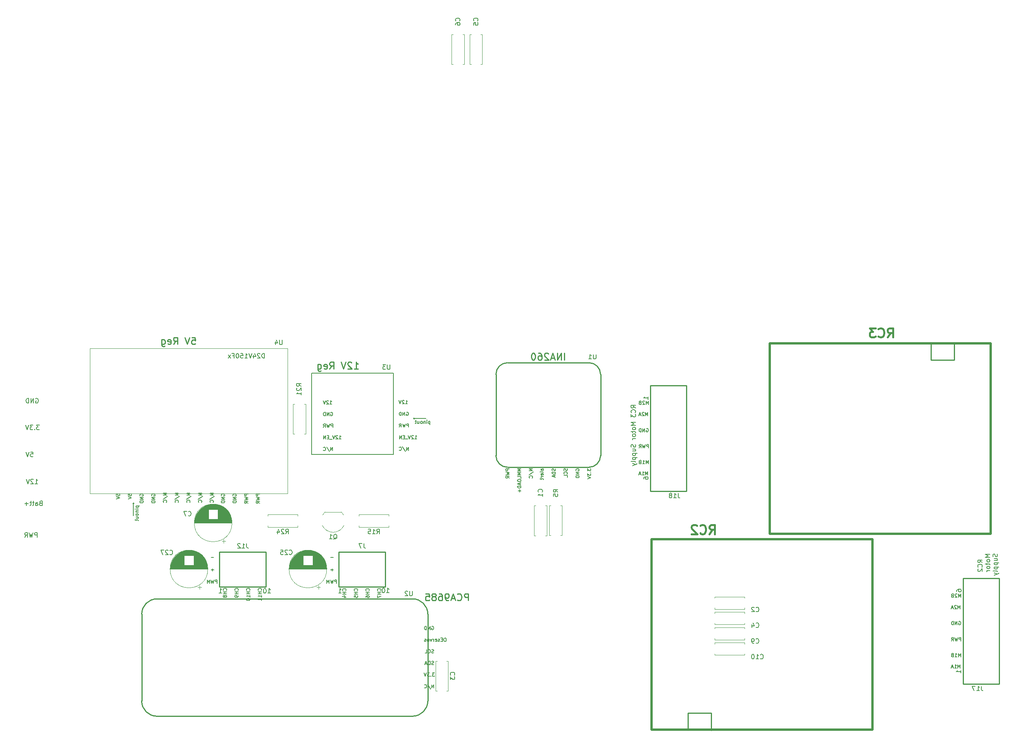
<source format=gbo>
G04 #@! TF.GenerationSoftware,KiCad,Pcbnew,(5.1.10-1-10_14)*
G04 #@! TF.CreationDate,2023-04-30T23:48:29-07:00*
G04 #@! TF.ProjectId,Control_Boards,436f6e74-726f-46c5-9f42-6f617264732e,rev?*
G04 #@! TF.SameCoordinates,Original*
G04 #@! TF.FileFunction,Legend,Bot*
G04 #@! TF.FilePolarity,Positive*
%FSLAX46Y46*%
G04 Gerber Fmt 4.6, Leading zero omitted, Abs format (unit mm)*
G04 Created by KiCad (PCBNEW (5.1.10-1-10_14)) date 2023-04-30 23:48:29*
%MOMM*%
%LPD*%
G01*
G04 APERTURE LIST*
%ADD10C,0.150000*%
%ADD11C,0.250000*%
%ADD12C,0.120000*%
%ADD13C,0.500000*%
%ADD14C,0.400000*%
G04 APERTURE END LIST*
D10*
X29616400Y-49047400D02*
X29743400Y-48895000D01*
X29895800Y-49047400D02*
X29743400Y-48895000D01*
X29743400Y-51638200D02*
X29743400Y-48895000D01*
X30319285Y-49558771D02*
X31069285Y-49558771D01*
X30355000Y-49558771D02*
X30319285Y-49630200D01*
X30319285Y-49773057D01*
X30355000Y-49844485D01*
X30390714Y-49880200D01*
X30462142Y-49915914D01*
X30676428Y-49915914D01*
X30747857Y-49880200D01*
X30783571Y-49844485D01*
X30819285Y-49773057D01*
X30819285Y-49630200D01*
X30783571Y-49558771D01*
X30819285Y-50237342D02*
X30319285Y-50237342D01*
X30069285Y-50237342D02*
X30105000Y-50201628D01*
X30140714Y-50237342D01*
X30105000Y-50273057D01*
X30069285Y-50237342D01*
X30140714Y-50237342D01*
X30319285Y-50594485D02*
X30819285Y-50594485D01*
X30390714Y-50594485D02*
X30355000Y-50630200D01*
X30319285Y-50701628D01*
X30319285Y-50808771D01*
X30355000Y-50880200D01*
X30426428Y-50915914D01*
X30819285Y-50915914D01*
X30819285Y-51380200D02*
X30783571Y-51308771D01*
X30747857Y-51273057D01*
X30676428Y-51237342D01*
X30462142Y-51237342D01*
X30390714Y-51273057D01*
X30355000Y-51308771D01*
X30319285Y-51380200D01*
X30319285Y-51487342D01*
X30355000Y-51558771D01*
X30390714Y-51594485D01*
X30462142Y-51630200D01*
X30676428Y-51630200D01*
X30747857Y-51594485D01*
X30783571Y-51558771D01*
X30819285Y-51487342D01*
X30819285Y-51380200D01*
X30319285Y-52273057D02*
X30819285Y-52273057D01*
X30319285Y-51951628D02*
X30712142Y-51951628D01*
X30783571Y-51987342D01*
X30819285Y-52058771D01*
X30819285Y-52165914D01*
X30783571Y-52237342D01*
X30747857Y-52273057D01*
X30319285Y-52523057D02*
X30319285Y-52808771D01*
X30069285Y-52630200D02*
X30712142Y-52630200D01*
X30783571Y-52665914D01*
X30819285Y-52737342D01*
X30819285Y-52808771D01*
X94545742Y-31043185D02*
X94545742Y-31793185D01*
X94545742Y-31078900D02*
X94474314Y-31043185D01*
X94331456Y-31043185D01*
X94260028Y-31078900D01*
X94224314Y-31114614D01*
X94188599Y-31186042D01*
X94188599Y-31400328D01*
X94224314Y-31471757D01*
X94260028Y-31507471D01*
X94331456Y-31543185D01*
X94474314Y-31543185D01*
X94545742Y-31507471D01*
X93867171Y-31543185D02*
X93867171Y-31043185D01*
X93867171Y-30793185D02*
X93902885Y-30828900D01*
X93867171Y-30864614D01*
X93831456Y-30828900D01*
X93867171Y-30793185D01*
X93867171Y-30864614D01*
X93510028Y-31043185D02*
X93510028Y-31543185D01*
X93510028Y-31114614D02*
X93474314Y-31078900D01*
X93402885Y-31043185D01*
X93295742Y-31043185D01*
X93224314Y-31078900D01*
X93188599Y-31150328D01*
X93188599Y-31543185D01*
X92724314Y-31543185D02*
X92795742Y-31507471D01*
X92831456Y-31471757D01*
X92867171Y-31400328D01*
X92867171Y-31186042D01*
X92831456Y-31114614D01*
X92795742Y-31078900D01*
X92724314Y-31043185D01*
X92617171Y-31043185D01*
X92545742Y-31078900D01*
X92510028Y-31114614D01*
X92474314Y-31186042D01*
X92474314Y-31400328D01*
X92510028Y-31471757D01*
X92545742Y-31507471D01*
X92617171Y-31543185D01*
X92724314Y-31543185D01*
X91831456Y-31043185D02*
X91831456Y-31543185D01*
X92152885Y-31043185D02*
X92152885Y-31436042D01*
X92117171Y-31507471D01*
X92045742Y-31543185D01*
X91938599Y-31543185D01*
X91867171Y-31507471D01*
X91831456Y-31471757D01*
X91581456Y-31043185D02*
X91295742Y-31043185D01*
X91474314Y-30793185D02*
X91474314Y-31436042D01*
X91438599Y-31507471D01*
X91367171Y-31543185D01*
X91295742Y-31543185D01*
X91084400Y-30556200D02*
X90932000Y-30429200D01*
X91084400Y-30276800D02*
X90932000Y-30429200D01*
X93675200Y-30429200D02*
X90932000Y-30429200D01*
X89180942Y-27237885D02*
X89609514Y-27237885D01*
X89395228Y-27237885D02*
X89395228Y-26487885D01*
X89466657Y-26595028D01*
X89538085Y-26666457D01*
X89609514Y-26702171D01*
X88895228Y-26559314D02*
X88859514Y-26523600D01*
X88788085Y-26487885D01*
X88609514Y-26487885D01*
X88538085Y-26523600D01*
X88502371Y-26559314D01*
X88466657Y-26630742D01*
X88466657Y-26702171D01*
X88502371Y-26809314D01*
X88930942Y-27237885D01*
X88466657Y-27237885D01*
X88252371Y-26487885D02*
X88002371Y-27237885D01*
X87752371Y-26487885D01*
X89395228Y-29069950D02*
X89466657Y-29034235D01*
X89573800Y-29034235D01*
X89680942Y-29069950D01*
X89752371Y-29141378D01*
X89788085Y-29212807D01*
X89823800Y-29355664D01*
X89823800Y-29462807D01*
X89788085Y-29605664D01*
X89752371Y-29677092D01*
X89680942Y-29748521D01*
X89573800Y-29784235D01*
X89502371Y-29784235D01*
X89395228Y-29748521D01*
X89359514Y-29712807D01*
X89359514Y-29462807D01*
X89502371Y-29462807D01*
X89038085Y-29784235D02*
X89038085Y-29034235D01*
X88609514Y-29784235D01*
X88609514Y-29034235D01*
X88252371Y-29784235D02*
X88252371Y-29034235D01*
X88073800Y-29034235D01*
X87966657Y-29069950D01*
X87895228Y-29141378D01*
X87859514Y-29212807D01*
X87823800Y-29355664D01*
X87823800Y-29462807D01*
X87859514Y-29605664D01*
X87895228Y-29677092D01*
X87966657Y-29748521D01*
X88073800Y-29784235D01*
X88252371Y-29784235D01*
X89859514Y-32330585D02*
X89859514Y-31580585D01*
X89573799Y-31580585D01*
X89502371Y-31616300D01*
X89466656Y-31652014D01*
X89430942Y-31723442D01*
X89430942Y-31830585D01*
X89466656Y-31902014D01*
X89502371Y-31937728D01*
X89573799Y-31973442D01*
X89859514Y-31973442D01*
X89180942Y-31580585D02*
X89002371Y-32330585D01*
X88859514Y-31794871D01*
X88716656Y-32330585D01*
X88538085Y-31580585D01*
X87823799Y-32330585D02*
X88073799Y-31973442D01*
X88252371Y-32330585D02*
X88252371Y-31580585D01*
X87966656Y-31580585D01*
X87895228Y-31616300D01*
X87859514Y-31652014D01*
X87823799Y-31723442D01*
X87823799Y-31830585D01*
X87859514Y-31902014D01*
X87895228Y-31937728D01*
X87966656Y-31973442D01*
X88252371Y-31973442D01*
X91216656Y-34876935D02*
X91645228Y-34876935D01*
X91430942Y-34876935D02*
X91430942Y-34126935D01*
X91502371Y-34234078D01*
X91573799Y-34305507D01*
X91645228Y-34341221D01*
X90930942Y-34198364D02*
X90895228Y-34162650D01*
X90823799Y-34126935D01*
X90645228Y-34126935D01*
X90573799Y-34162650D01*
X90538085Y-34198364D01*
X90502371Y-34269792D01*
X90502371Y-34341221D01*
X90538085Y-34448364D01*
X90966656Y-34876935D01*
X90502371Y-34876935D01*
X90288085Y-34126935D02*
X90038085Y-34876935D01*
X89788085Y-34126935D01*
X89716656Y-34948364D02*
X89145228Y-34948364D01*
X88966656Y-34484078D02*
X88716656Y-34484078D01*
X88609514Y-34876935D02*
X88966656Y-34876935D01*
X88966656Y-34126935D01*
X88609514Y-34126935D01*
X88288085Y-34876935D02*
X88288085Y-34126935D01*
X87859514Y-34876935D01*
X87859514Y-34126935D01*
X89823799Y-37423285D02*
X89823799Y-36673285D01*
X89395228Y-37423285D01*
X89395228Y-36673285D01*
X88502371Y-36637571D02*
X89145228Y-37601857D01*
X87823799Y-37351857D02*
X87859514Y-37387571D01*
X87966657Y-37423285D01*
X88038085Y-37423285D01*
X88145228Y-37387571D01*
X88216657Y-37316142D01*
X88252371Y-37244714D01*
X88288085Y-37101857D01*
X88288085Y-36994714D01*
X88252371Y-36851857D01*
X88216657Y-36780428D01*
X88145228Y-36709000D01*
X88038085Y-36673285D01*
X87966657Y-36673285D01*
X87859514Y-36709000D01*
X87823799Y-36744714D01*
X128926085Y-41361657D02*
X128926085Y-41825942D01*
X129211800Y-41575942D01*
X129211800Y-41683085D01*
X129247514Y-41754514D01*
X129283228Y-41790228D01*
X129354657Y-41825942D01*
X129533228Y-41825942D01*
X129604657Y-41790228D01*
X129640371Y-41754514D01*
X129676085Y-41683085D01*
X129676085Y-41468800D01*
X129640371Y-41397371D01*
X129604657Y-41361657D01*
X129604657Y-42147371D02*
X129640371Y-42183085D01*
X129676085Y-42147371D01*
X129640371Y-42111657D01*
X129604657Y-42147371D01*
X129676085Y-42147371D01*
X128926085Y-42433085D02*
X128926085Y-42897371D01*
X129211800Y-42647371D01*
X129211800Y-42754514D01*
X129247514Y-42825942D01*
X129283228Y-42861657D01*
X129354657Y-42897371D01*
X129533228Y-42897371D01*
X129604657Y-42861657D01*
X129640371Y-42825942D01*
X129676085Y-42754514D01*
X129676085Y-42540228D01*
X129640371Y-42468800D01*
X129604657Y-42433085D01*
X128926085Y-43111657D02*
X129676085Y-43361657D01*
X128926085Y-43611657D01*
X126418168Y-41846571D02*
X126382453Y-41775142D01*
X126382453Y-41668000D01*
X126418168Y-41560857D01*
X126489596Y-41489428D01*
X126561025Y-41453714D01*
X126703882Y-41418000D01*
X126811025Y-41418000D01*
X126953882Y-41453714D01*
X127025310Y-41489428D01*
X127096739Y-41560857D01*
X127132453Y-41668000D01*
X127132453Y-41739428D01*
X127096739Y-41846571D01*
X127061025Y-41882285D01*
X126811025Y-41882285D01*
X126811025Y-41739428D01*
X127132453Y-42203714D02*
X126382453Y-42203714D01*
X127132453Y-42632285D01*
X126382453Y-42632285D01*
X127132453Y-42989428D02*
X126382453Y-42989428D01*
X126382453Y-43168000D01*
X126418168Y-43275142D01*
X126489596Y-43346571D01*
X126561025Y-43382285D01*
X126703882Y-43418000D01*
X126811025Y-43418000D01*
X126953882Y-43382285D01*
X127025310Y-43346571D01*
X127096739Y-43275142D01*
X127132453Y-43168000D01*
X127132453Y-42989428D01*
X124484171Y-41398142D02*
X124519885Y-41505285D01*
X124519885Y-41683857D01*
X124484171Y-41755285D01*
X124448457Y-41791000D01*
X124377028Y-41826714D01*
X124305600Y-41826714D01*
X124234171Y-41791000D01*
X124198457Y-41755285D01*
X124162742Y-41683857D01*
X124127028Y-41541000D01*
X124091314Y-41469571D01*
X124055600Y-41433857D01*
X123984171Y-41398142D01*
X123912742Y-41398142D01*
X123841314Y-41433857D01*
X123805600Y-41469571D01*
X123769885Y-41541000D01*
X123769885Y-41719571D01*
X123805600Y-41826714D01*
X124448457Y-42576714D02*
X124484171Y-42541000D01*
X124519885Y-42433857D01*
X124519885Y-42362428D01*
X124484171Y-42255285D01*
X124412742Y-42183857D01*
X124341314Y-42148142D01*
X124198457Y-42112428D01*
X124091314Y-42112428D01*
X123948457Y-42148142D01*
X123877028Y-42183857D01*
X123805600Y-42255285D01*
X123769885Y-42362428D01*
X123769885Y-42433857D01*
X123805600Y-42541000D01*
X123841314Y-42576714D01*
X124519885Y-43255285D02*
X124519885Y-42898142D01*
X123769885Y-42898142D01*
X121918771Y-41405685D02*
X121954485Y-41512828D01*
X121954485Y-41691400D01*
X121918771Y-41762828D01*
X121883057Y-41798542D01*
X121811628Y-41834257D01*
X121740200Y-41834257D01*
X121668771Y-41798542D01*
X121633057Y-41762828D01*
X121597342Y-41691400D01*
X121561628Y-41548542D01*
X121525914Y-41477114D01*
X121490200Y-41441400D01*
X121418771Y-41405685D01*
X121347342Y-41405685D01*
X121275914Y-41441400D01*
X121240200Y-41477114D01*
X121204485Y-41548542D01*
X121204485Y-41727114D01*
X121240200Y-41834257D01*
X121954485Y-42155685D02*
X121204485Y-42155685D01*
X121204485Y-42334257D01*
X121240200Y-42441400D01*
X121311628Y-42512828D01*
X121383057Y-42548542D01*
X121525914Y-42584257D01*
X121633057Y-42584257D01*
X121775914Y-42548542D01*
X121847342Y-42512828D01*
X121918771Y-42441400D01*
X121954485Y-42334257D01*
X121954485Y-42155685D01*
X121740200Y-42869971D02*
X121740200Y-43227114D01*
X121954485Y-42798542D02*
X121204485Y-43048542D01*
X121954485Y-43298542D01*
X111870685Y-41453715D02*
X111120685Y-41453715D01*
X111120685Y-41739429D01*
X111156400Y-41810857D01*
X111192114Y-41846572D01*
X111263542Y-41882286D01*
X111370685Y-41882286D01*
X111442114Y-41846572D01*
X111477828Y-41810857D01*
X111513542Y-41739429D01*
X111513542Y-41453715D01*
X111120685Y-42132286D02*
X111870685Y-42310857D01*
X111334971Y-42453715D01*
X111870685Y-42596572D01*
X111120685Y-42775143D01*
X111870685Y-43489429D02*
X111513542Y-43239429D01*
X111870685Y-43060857D02*
X111120685Y-43060857D01*
X111120685Y-43346572D01*
X111156400Y-43418000D01*
X111192114Y-43453715D01*
X111263542Y-43489429D01*
X111370685Y-43489429D01*
X111442114Y-43453715D01*
X111477828Y-43418000D01*
X111513542Y-43346572D01*
X111513542Y-43060857D01*
X119287485Y-41766828D02*
X118894628Y-41766828D01*
X118823200Y-41731114D01*
X118787485Y-41659685D01*
X118787485Y-41516828D01*
X118823200Y-41445400D01*
X119251771Y-41766828D02*
X119287485Y-41695400D01*
X119287485Y-41516828D01*
X119251771Y-41445400D01*
X119180342Y-41409685D01*
X119108914Y-41409685D01*
X119037485Y-41445400D01*
X119001771Y-41516828D01*
X119001771Y-41695400D01*
X118966057Y-41766828D01*
X119287485Y-42231114D02*
X119251771Y-42159685D01*
X119180342Y-42123971D01*
X118537485Y-42123971D01*
X119251771Y-42802542D02*
X119287485Y-42731114D01*
X119287485Y-42588257D01*
X119251771Y-42516828D01*
X119180342Y-42481114D01*
X118894628Y-42481114D01*
X118823200Y-42516828D01*
X118787485Y-42588257D01*
X118787485Y-42731114D01*
X118823200Y-42802542D01*
X118894628Y-42838257D01*
X118966057Y-42838257D01*
X119037485Y-42481114D01*
X119287485Y-43159685D02*
X118787485Y-43159685D01*
X118930342Y-43159685D02*
X118858914Y-43195400D01*
X118823200Y-43231114D01*
X118787485Y-43302542D01*
X118787485Y-43373971D01*
X118787485Y-43516828D02*
X118787485Y-43802542D01*
X118537485Y-43623971D02*
X119180342Y-43623971D01*
X119251771Y-43659685D01*
X119287485Y-43731114D01*
X119287485Y-43802542D01*
X116957941Y-41453715D02*
X116207941Y-41453715D01*
X116957941Y-41882286D01*
X116207941Y-41882286D01*
X116172227Y-42775143D02*
X117136513Y-42132286D01*
X116886513Y-43453715D02*
X116922227Y-43418000D01*
X116957941Y-43310858D01*
X116957941Y-43239429D01*
X116922227Y-43132286D01*
X116850798Y-43060858D01*
X116779370Y-43025143D01*
X116636513Y-42989429D01*
X116529370Y-42989429D01*
X116386513Y-43025143D01*
X116315084Y-43060858D01*
X116243656Y-43132286D01*
X116207941Y-43239429D01*
X116207941Y-43310858D01*
X116243656Y-43418000D01*
X116279370Y-43453715D01*
X114414313Y-41453714D02*
X113664313Y-41453714D01*
X114200028Y-41703714D01*
X113664313Y-41953714D01*
X114414313Y-41953714D01*
X114414313Y-42310857D02*
X113664313Y-42310857D01*
X114200028Y-42560857D01*
X113664313Y-42810857D01*
X114414313Y-42810857D01*
X114414313Y-43525143D02*
X114414313Y-43168000D01*
X113664313Y-43168000D01*
X113664313Y-43918000D02*
X113664313Y-44060857D01*
X113700028Y-44132286D01*
X113771456Y-44203714D01*
X113914313Y-44239429D01*
X114164313Y-44239429D01*
X114307170Y-44203714D01*
X114378599Y-44132286D01*
X114414313Y-44060857D01*
X114414313Y-43918000D01*
X114378599Y-43846571D01*
X114307170Y-43775143D01*
X114164313Y-43739429D01*
X113914313Y-43739429D01*
X113771456Y-43775143D01*
X113700028Y-43846571D01*
X113664313Y-43918000D01*
X114200028Y-44525143D02*
X114200028Y-44882286D01*
X114414313Y-44453714D02*
X113664313Y-44703714D01*
X114414313Y-44953714D01*
X114414313Y-45203714D02*
X113664313Y-45203714D01*
X113664313Y-45382286D01*
X113700028Y-45489429D01*
X113771456Y-45560857D01*
X113842885Y-45596571D01*
X113985742Y-45632286D01*
X114092885Y-45632286D01*
X114235742Y-45596571D01*
X114307170Y-45560857D01*
X114378599Y-45489429D01*
X114414313Y-45382286D01*
X114414313Y-45203714D01*
X114128599Y-45953714D02*
X114128599Y-46525143D01*
X114414313Y-46239429D02*
X113842885Y-46239429D01*
X95343142Y-89391685D02*
X95343142Y-88641685D01*
X94914571Y-89391685D01*
X94914571Y-88641685D01*
X94021714Y-88605971D02*
X94664571Y-89570257D01*
X93343142Y-89320257D02*
X93378857Y-89355971D01*
X93486000Y-89391685D01*
X93557428Y-89391685D01*
X93664571Y-89355971D01*
X93736000Y-89284542D01*
X93771714Y-89213114D01*
X93807428Y-89070257D01*
X93807428Y-88963114D01*
X93771714Y-88820257D01*
X93736000Y-88748828D01*
X93664571Y-88677400D01*
X93557428Y-88641685D01*
X93486000Y-88641685D01*
X93378857Y-88677400D01*
X93343142Y-88713114D01*
X95521713Y-86091525D02*
X95057428Y-86091525D01*
X95307428Y-86377240D01*
X95200285Y-86377240D01*
X95128856Y-86412954D01*
X95093142Y-86448668D01*
X95057428Y-86520097D01*
X95057428Y-86698668D01*
X95093142Y-86770097D01*
X95128856Y-86805811D01*
X95200285Y-86841525D01*
X95414571Y-86841525D01*
X95485999Y-86805811D01*
X95521713Y-86770097D01*
X94735999Y-86770097D02*
X94700285Y-86805811D01*
X94735999Y-86841525D01*
X94771713Y-86805811D01*
X94735999Y-86770097D01*
X94735999Y-86841525D01*
X94450285Y-86091525D02*
X93985999Y-86091525D01*
X94235999Y-86377240D01*
X94128856Y-86377240D01*
X94057428Y-86412954D01*
X94021713Y-86448668D01*
X93985999Y-86520097D01*
X93985999Y-86698668D01*
X94021713Y-86770097D01*
X94057428Y-86805811D01*
X94128856Y-86841525D01*
X94343142Y-86841525D01*
X94414571Y-86805811D01*
X94450285Y-86770097D01*
X93771713Y-86091525D02*
X93521713Y-86841525D01*
X93271713Y-86091525D01*
X95330057Y-81685171D02*
X95222914Y-81720885D01*
X95044342Y-81720885D01*
X94972914Y-81685171D01*
X94937200Y-81649457D01*
X94901485Y-81578028D01*
X94901485Y-81506600D01*
X94937200Y-81435171D01*
X94972914Y-81399457D01*
X95044342Y-81363742D01*
X95187200Y-81328028D01*
X95258628Y-81292314D01*
X95294342Y-81256600D01*
X95330057Y-81185171D01*
X95330057Y-81113742D01*
X95294342Y-81042314D01*
X95258628Y-81006600D01*
X95187200Y-80970885D01*
X95008628Y-80970885D01*
X94901485Y-81006600D01*
X94151485Y-81649457D02*
X94187200Y-81685171D01*
X94294342Y-81720885D01*
X94365771Y-81720885D01*
X94472914Y-81685171D01*
X94544342Y-81613742D01*
X94580057Y-81542314D01*
X94615771Y-81399457D01*
X94615771Y-81292314D01*
X94580057Y-81149457D01*
X94544342Y-81078028D01*
X94472914Y-81006600D01*
X94365771Y-80970885D01*
X94294342Y-80970885D01*
X94187200Y-81006600D01*
X94151485Y-81042314D01*
X93472914Y-81720885D02*
X93830057Y-81720885D01*
X93830057Y-80970885D01*
X97914571Y-78441045D02*
X97771714Y-78441045D01*
X97700285Y-78476760D01*
X97628857Y-78548188D01*
X97593143Y-78691045D01*
X97593143Y-78941045D01*
X97628857Y-79083902D01*
X97700285Y-79155331D01*
X97771714Y-79191045D01*
X97914571Y-79191045D01*
X97986000Y-79155331D01*
X98057428Y-79083902D01*
X98093143Y-78941045D01*
X98093143Y-78691045D01*
X98057428Y-78548188D01*
X97986000Y-78476760D01*
X97914571Y-78441045D01*
X97271714Y-78798188D02*
X97021714Y-78798188D01*
X96914571Y-79191045D02*
X97271714Y-79191045D01*
X97271714Y-78441045D01*
X96914571Y-78441045D01*
X96628857Y-79155331D02*
X96557428Y-79191045D01*
X96414571Y-79191045D01*
X96343143Y-79155331D01*
X96307428Y-79083902D01*
X96307428Y-79048188D01*
X96343143Y-78976760D01*
X96414571Y-78941045D01*
X96521714Y-78941045D01*
X96593143Y-78905331D01*
X96628857Y-78833902D01*
X96628857Y-78798188D01*
X96593143Y-78726760D01*
X96521714Y-78691045D01*
X96414571Y-78691045D01*
X96343143Y-78726760D01*
X95700285Y-79155331D02*
X95771714Y-79191045D01*
X95914571Y-79191045D01*
X95986000Y-79155331D01*
X96021714Y-79083902D01*
X96021714Y-78798188D01*
X95986000Y-78726760D01*
X95914571Y-78691045D01*
X95771714Y-78691045D01*
X95700285Y-78726760D01*
X95664571Y-78798188D01*
X95664571Y-78869617D01*
X96021714Y-78941045D01*
X95343143Y-79191045D02*
X95343143Y-78691045D01*
X95343143Y-78833902D02*
X95307428Y-78762474D01*
X95271714Y-78726760D01*
X95200285Y-78691045D01*
X95128857Y-78691045D01*
X94950285Y-78691045D02*
X94771714Y-79191045D01*
X94593143Y-78691045D01*
X94200285Y-79191045D02*
X94271714Y-79155331D01*
X94307428Y-79119617D01*
X94343143Y-79048188D01*
X94343143Y-78833902D01*
X94307428Y-78762474D01*
X94271714Y-78726760D01*
X94200285Y-78691045D01*
X94093143Y-78691045D01*
X94021714Y-78726760D01*
X93986000Y-78762474D01*
X93950285Y-78833902D01*
X93950285Y-79048188D01*
X93986000Y-79119617D01*
X94021714Y-79155331D01*
X94093143Y-79191045D01*
X94200285Y-79191045D01*
X93664571Y-79155331D02*
X93593143Y-79191045D01*
X93450285Y-79191045D01*
X93378857Y-79155331D01*
X93343143Y-79083902D01*
X93343143Y-79048188D01*
X93378857Y-78976760D01*
X93450285Y-78941045D01*
X93557428Y-78941045D01*
X93628857Y-78905331D01*
X93664571Y-78833902D01*
X93664571Y-78798188D01*
X93628857Y-78726760D01*
X93557428Y-78691045D01*
X93450285Y-78691045D01*
X93378857Y-78726760D01*
X95322514Y-84255651D02*
X95215371Y-84291365D01*
X95036800Y-84291365D01*
X94965371Y-84255651D01*
X94929657Y-84219937D01*
X94893942Y-84148508D01*
X94893942Y-84077080D01*
X94929657Y-84005651D01*
X94965371Y-83969937D01*
X95036800Y-83934222D01*
X95179657Y-83898508D01*
X95251085Y-83862794D01*
X95286800Y-83827080D01*
X95322514Y-83755651D01*
X95322514Y-83684222D01*
X95286800Y-83612794D01*
X95251085Y-83577080D01*
X95179657Y-83541365D01*
X95001085Y-83541365D01*
X94893942Y-83577080D01*
X94572514Y-84291365D02*
X94572514Y-83541365D01*
X94393942Y-83541365D01*
X94286800Y-83577080D01*
X94215371Y-83648508D01*
X94179657Y-83719937D01*
X94143942Y-83862794D01*
X94143942Y-83969937D01*
X94179657Y-84112794D01*
X94215371Y-84184222D01*
X94286800Y-84255651D01*
X94393942Y-84291365D01*
X94572514Y-84291365D01*
X93858228Y-84077080D02*
X93501085Y-84077080D01*
X93929657Y-84291365D02*
X93679657Y-83541365D01*
X93429657Y-84291365D01*
X94914571Y-75926600D02*
X94986000Y-75890885D01*
X95093143Y-75890885D01*
X95200285Y-75926600D01*
X95271714Y-75998028D01*
X95307428Y-76069457D01*
X95343143Y-76212314D01*
X95343143Y-76319457D01*
X95307428Y-76462314D01*
X95271714Y-76533742D01*
X95200285Y-76605171D01*
X95093143Y-76640885D01*
X95021714Y-76640885D01*
X94914571Y-76605171D01*
X94878857Y-76569457D01*
X94878857Y-76319457D01*
X95021714Y-76319457D01*
X94557428Y-76640885D02*
X94557428Y-75890885D01*
X94128857Y-76640885D01*
X94128857Y-75890885D01*
X93771714Y-76640885D02*
X93771714Y-75890885D01*
X93593143Y-75890885D01*
X93486000Y-75926600D01*
X93414571Y-75998028D01*
X93378857Y-76069457D01*
X93343143Y-76212314D01*
X93343143Y-76319457D01*
X93378857Y-76462314D01*
X93414571Y-76533742D01*
X93486000Y-76605171D01*
X93593143Y-76640885D01*
X93771714Y-76640885D01*
X73437714Y-63528171D02*
X72866285Y-63528171D01*
X73152000Y-63813885D02*
X73152000Y-63242457D01*
X74129371Y-66455485D02*
X74129371Y-65705485D01*
X73843657Y-65705485D01*
X73772228Y-65741200D01*
X73736514Y-65776914D01*
X73700800Y-65848342D01*
X73700800Y-65955485D01*
X73736514Y-66026914D01*
X73772228Y-66062628D01*
X73843657Y-66098342D01*
X74129371Y-66098342D01*
X73450800Y-65705485D02*
X73272228Y-66455485D01*
X73129371Y-65919771D01*
X72986514Y-66455485D01*
X72807942Y-65705485D01*
X72522228Y-66455485D02*
X72522228Y-65705485D01*
X72272228Y-66241200D01*
X72022228Y-65705485D01*
X72022228Y-66455485D01*
X73412314Y-60861171D02*
X72840885Y-60861171D01*
X48018171Y-66455485D02*
X48018171Y-65705485D01*
X47732457Y-65705485D01*
X47661028Y-65741200D01*
X47625314Y-65776914D01*
X47589600Y-65848342D01*
X47589600Y-65955485D01*
X47625314Y-66026914D01*
X47661028Y-66062628D01*
X47732457Y-66098342D01*
X48018171Y-66098342D01*
X47339600Y-65705485D02*
X47161028Y-66455485D01*
X47018171Y-65919771D01*
X46875314Y-66455485D01*
X46696742Y-65705485D01*
X46411028Y-66455485D02*
X46411028Y-65705485D01*
X46161028Y-66241200D01*
X45911028Y-65705485D01*
X45911028Y-66455485D01*
X47301114Y-60861171D02*
X46729685Y-60861171D01*
X47326514Y-63528171D02*
X46755085Y-63528171D01*
X47040800Y-63813885D02*
X47040800Y-63242457D01*
X57671857Y-68035200D02*
X57707571Y-67999485D01*
X57743285Y-67892342D01*
X57743285Y-67820914D01*
X57707571Y-67713771D01*
X57636142Y-67642342D01*
X57564714Y-67606628D01*
X57421857Y-67570914D01*
X57314714Y-67570914D01*
X57171857Y-67606628D01*
X57100428Y-67642342D01*
X57029000Y-67713771D01*
X56993285Y-67820914D01*
X56993285Y-67892342D01*
X57029000Y-67999485D01*
X57064714Y-68035200D01*
X57743285Y-68356628D02*
X56993285Y-68356628D01*
X57350428Y-68356628D02*
X57350428Y-68785200D01*
X57743285Y-68785200D02*
X56993285Y-68785200D01*
X57743285Y-69535200D02*
X57743285Y-69106628D01*
X57743285Y-69320914D02*
X56993285Y-69320914D01*
X57100428Y-69249485D01*
X57171857Y-69178057D01*
X57207571Y-69106628D01*
X57743285Y-70249485D02*
X57743285Y-69820914D01*
X57743285Y-70035200D02*
X56993285Y-70035200D01*
X57100428Y-69963771D01*
X57171857Y-69892342D01*
X57207571Y-69820914D01*
X55131857Y-68035200D02*
X55167571Y-67999485D01*
X55203285Y-67892342D01*
X55203285Y-67820914D01*
X55167571Y-67713771D01*
X55096142Y-67642342D01*
X55024714Y-67606628D01*
X54881857Y-67570914D01*
X54774714Y-67570914D01*
X54631857Y-67606628D01*
X54560428Y-67642342D01*
X54489000Y-67713771D01*
X54453285Y-67820914D01*
X54453285Y-67892342D01*
X54489000Y-67999485D01*
X54524714Y-68035200D01*
X55203285Y-68356628D02*
X54453285Y-68356628D01*
X54810428Y-68356628D02*
X54810428Y-68785200D01*
X55203285Y-68785200D02*
X54453285Y-68785200D01*
X55203285Y-69535200D02*
X55203285Y-69106628D01*
X55203285Y-69320914D02*
X54453285Y-69320914D01*
X54560428Y-69249485D01*
X54631857Y-69178057D01*
X54667571Y-69106628D01*
X54453285Y-69999485D02*
X54453285Y-70070914D01*
X54489000Y-70142342D01*
X54524714Y-70178057D01*
X54596142Y-70213771D01*
X54739000Y-70249485D01*
X54917571Y-70249485D01*
X55060428Y-70213771D01*
X55131857Y-70178057D01*
X55167571Y-70142342D01*
X55203285Y-70070914D01*
X55203285Y-69999485D01*
X55167571Y-69928057D01*
X55131857Y-69892342D01*
X55060428Y-69856628D01*
X54917571Y-69820914D01*
X54739000Y-69820914D01*
X54596142Y-69856628D01*
X54524714Y-69892342D01*
X54489000Y-69928057D01*
X54453285Y-69999485D01*
X50051857Y-68036742D02*
X50087571Y-68001028D01*
X50123285Y-67893885D01*
X50123285Y-67822457D01*
X50087571Y-67715314D01*
X50016142Y-67643885D01*
X49944714Y-67608171D01*
X49801857Y-67572457D01*
X49694714Y-67572457D01*
X49551857Y-67608171D01*
X49480428Y-67643885D01*
X49409000Y-67715314D01*
X49373285Y-67822457D01*
X49373285Y-67893885D01*
X49409000Y-68001028D01*
X49444714Y-68036742D01*
X50123285Y-68358171D02*
X49373285Y-68358171D01*
X49730428Y-68358171D02*
X49730428Y-68786742D01*
X50123285Y-68786742D02*
X49373285Y-68786742D01*
X49694714Y-69251028D02*
X49659000Y-69179600D01*
X49623285Y-69143885D01*
X49551857Y-69108171D01*
X49516142Y-69108171D01*
X49444714Y-69143885D01*
X49409000Y-69179600D01*
X49373285Y-69251028D01*
X49373285Y-69393885D01*
X49409000Y-69465314D01*
X49444714Y-69501028D01*
X49516142Y-69536742D01*
X49551857Y-69536742D01*
X49623285Y-69501028D01*
X49659000Y-69465314D01*
X49694714Y-69393885D01*
X49694714Y-69251028D01*
X49730428Y-69179600D01*
X49766142Y-69143885D01*
X49837571Y-69108171D01*
X49980428Y-69108171D01*
X50051857Y-69143885D01*
X50087571Y-69179600D01*
X50123285Y-69251028D01*
X50123285Y-69393885D01*
X50087571Y-69465314D01*
X50051857Y-69501028D01*
X49980428Y-69536742D01*
X49837571Y-69536742D01*
X49766142Y-69501028D01*
X49730428Y-69465314D01*
X49694714Y-69393885D01*
X52591857Y-68036742D02*
X52627571Y-68001028D01*
X52663285Y-67893885D01*
X52663285Y-67822457D01*
X52627571Y-67715314D01*
X52556142Y-67643885D01*
X52484714Y-67608171D01*
X52341857Y-67572457D01*
X52234714Y-67572457D01*
X52091857Y-67608171D01*
X52020428Y-67643885D01*
X51949000Y-67715314D01*
X51913285Y-67822457D01*
X51913285Y-67893885D01*
X51949000Y-68001028D01*
X51984714Y-68036742D01*
X52663285Y-68358171D02*
X51913285Y-68358171D01*
X52270428Y-68358171D02*
X52270428Y-68786742D01*
X52663285Y-68786742D02*
X51913285Y-68786742D01*
X52663285Y-69179600D02*
X52663285Y-69322457D01*
X52627571Y-69393885D01*
X52591857Y-69429600D01*
X52484714Y-69501028D01*
X52341857Y-69536742D01*
X52056142Y-69536742D01*
X51984714Y-69501028D01*
X51949000Y-69465314D01*
X51913285Y-69393885D01*
X51913285Y-69251028D01*
X51949000Y-69179600D01*
X51984714Y-69143885D01*
X52056142Y-69108171D01*
X52234714Y-69108171D01*
X52306142Y-69143885D01*
X52341857Y-69179600D01*
X52377571Y-69251028D01*
X52377571Y-69393885D01*
X52341857Y-69465314D01*
X52306142Y-69501028D01*
X52234714Y-69536742D01*
X78652257Y-68112942D02*
X78687971Y-68077228D01*
X78723685Y-67970085D01*
X78723685Y-67898657D01*
X78687971Y-67791514D01*
X78616542Y-67720085D01*
X78545114Y-67684371D01*
X78402257Y-67648657D01*
X78295114Y-67648657D01*
X78152257Y-67684371D01*
X78080828Y-67720085D01*
X78009400Y-67791514D01*
X77973685Y-67898657D01*
X77973685Y-67970085D01*
X78009400Y-68077228D01*
X78045114Y-68112942D01*
X78723685Y-68434371D02*
X77973685Y-68434371D01*
X78330828Y-68434371D02*
X78330828Y-68862942D01*
X78723685Y-68862942D02*
X77973685Y-68862942D01*
X77973685Y-69577228D02*
X77973685Y-69220085D01*
X78330828Y-69184371D01*
X78295114Y-69220085D01*
X78259400Y-69291514D01*
X78259400Y-69470085D01*
X78295114Y-69541514D01*
X78330828Y-69577228D01*
X78402257Y-69612942D01*
X78580828Y-69612942D01*
X78652257Y-69577228D01*
X78687971Y-69541514D01*
X78723685Y-69470085D01*
X78723685Y-69291514D01*
X78687971Y-69220085D01*
X78652257Y-69184371D01*
X76112257Y-68112942D02*
X76147971Y-68077228D01*
X76183685Y-67970085D01*
X76183685Y-67898657D01*
X76147971Y-67791514D01*
X76076542Y-67720085D01*
X76005114Y-67684371D01*
X75862257Y-67648657D01*
X75755114Y-67648657D01*
X75612257Y-67684371D01*
X75540828Y-67720085D01*
X75469400Y-67791514D01*
X75433685Y-67898657D01*
X75433685Y-67970085D01*
X75469400Y-68077228D01*
X75505114Y-68112942D01*
X76183685Y-68434371D02*
X75433685Y-68434371D01*
X75790828Y-68434371D02*
X75790828Y-68862942D01*
X76183685Y-68862942D02*
X75433685Y-68862942D01*
X75683685Y-69541514D02*
X76183685Y-69541514D01*
X75397971Y-69362942D02*
X75933685Y-69184371D01*
X75933685Y-69648657D01*
X83732257Y-68112942D02*
X83767971Y-68077228D01*
X83803685Y-67970085D01*
X83803685Y-67898657D01*
X83767971Y-67791514D01*
X83696542Y-67720085D01*
X83625114Y-67684371D01*
X83482257Y-67648657D01*
X83375114Y-67648657D01*
X83232257Y-67684371D01*
X83160828Y-67720085D01*
X83089400Y-67791514D01*
X83053685Y-67898657D01*
X83053685Y-67970085D01*
X83089400Y-68077228D01*
X83125114Y-68112942D01*
X83803685Y-68434371D02*
X83053685Y-68434371D01*
X83410828Y-68434371D02*
X83410828Y-68862942D01*
X83803685Y-68862942D02*
X83053685Y-68862942D01*
X83053685Y-69148657D02*
X83053685Y-69648657D01*
X83803685Y-69327228D01*
X81192257Y-68112942D02*
X81227971Y-68077228D01*
X81263685Y-67970085D01*
X81263685Y-67898657D01*
X81227971Y-67791514D01*
X81156542Y-67720085D01*
X81085114Y-67684371D01*
X80942257Y-67648657D01*
X80835114Y-67648657D01*
X80692257Y-67684371D01*
X80620828Y-67720085D01*
X80549400Y-67791514D01*
X80513685Y-67898657D01*
X80513685Y-67970085D01*
X80549400Y-68077228D01*
X80585114Y-68112942D01*
X81263685Y-68434371D02*
X80513685Y-68434371D01*
X80870828Y-68434371D02*
X80870828Y-68862942D01*
X81263685Y-68862942D02*
X80513685Y-68862942D01*
X80513685Y-69541514D02*
X80513685Y-69398657D01*
X80549400Y-69327228D01*
X80585114Y-69291514D01*
X80692257Y-69220085D01*
X80835114Y-69184371D01*
X81120828Y-69184371D01*
X81192257Y-69220085D01*
X81227971Y-69255800D01*
X81263685Y-69327228D01*
X81263685Y-69470085D01*
X81227971Y-69541514D01*
X81192257Y-69577228D01*
X81120828Y-69612942D01*
X80942257Y-69612942D01*
X80870828Y-69577228D01*
X80835114Y-69541514D01*
X80799400Y-69470085D01*
X80799400Y-69327228D01*
X80835114Y-69255800D01*
X80870828Y-69220085D01*
X80942257Y-69184371D01*
X31197200Y-47348056D02*
X31161485Y-47276627D01*
X31161485Y-47169485D01*
X31197200Y-47062342D01*
X31268628Y-46990913D01*
X31340057Y-46955199D01*
X31482914Y-46919485D01*
X31590057Y-46919485D01*
X31732914Y-46955199D01*
X31804342Y-46990913D01*
X31875771Y-47062342D01*
X31911485Y-47169485D01*
X31911485Y-47240913D01*
X31875771Y-47348056D01*
X31840057Y-47383770D01*
X31590057Y-47383770D01*
X31590057Y-47240913D01*
X31911485Y-47705199D02*
X31161485Y-47705199D01*
X31911485Y-48133770D01*
X31161485Y-48133770D01*
X31911485Y-48490913D02*
X31161485Y-48490913D01*
X31161485Y-48669485D01*
X31197200Y-48776627D01*
X31268628Y-48848056D01*
X31340057Y-48883770D01*
X31482914Y-48919485D01*
X31590057Y-48919485D01*
X31732914Y-48883770D01*
X31804342Y-48848056D01*
X31875771Y-48776627D01*
X31911485Y-48669485D01*
X31911485Y-48490913D01*
X28596085Y-47312342D02*
X28596085Y-46955200D01*
X28953228Y-46919485D01*
X28917514Y-46955200D01*
X28881800Y-47026628D01*
X28881800Y-47205200D01*
X28917514Y-47276628D01*
X28953228Y-47312342D01*
X29024657Y-47348057D01*
X29203228Y-47348057D01*
X29274657Y-47312342D01*
X29310371Y-47276628D01*
X29346085Y-47205200D01*
X29346085Y-47026628D01*
X29310371Y-46955200D01*
X29274657Y-46919485D01*
X28596085Y-47562342D02*
X29346085Y-47812342D01*
X28596085Y-48062342D01*
X26030685Y-47312342D02*
X26030685Y-46955200D01*
X26387828Y-46919485D01*
X26352114Y-46955200D01*
X26316400Y-47026628D01*
X26316400Y-47205200D01*
X26352114Y-47276628D01*
X26387828Y-47312342D01*
X26459257Y-47348057D01*
X26637828Y-47348057D01*
X26709257Y-47312342D01*
X26744971Y-47276628D01*
X26780685Y-47205200D01*
X26780685Y-47026628D01*
X26744971Y-46955200D01*
X26709257Y-46919485D01*
X26030685Y-47562342D02*
X26780685Y-47812342D01*
X26030685Y-48062342D01*
X33762600Y-47348056D02*
X33726885Y-47276627D01*
X33726885Y-47169485D01*
X33762600Y-47062342D01*
X33834028Y-46990913D01*
X33905457Y-46955199D01*
X34048314Y-46919485D01*
X34155457Y-46919485D01*
X34298314Y-46955199D01*
X34369742Y-46990913D01*
X34441171Y-47062342D01*
X34476885Y-47169485D01*
X34476885Y-47240913D01*
X34441171Y-47348056D01*
X34405457Y-47383770D01*
X34155457Y-47383770D01*
X34155457Y-47240913D01*
X34476885Y-47705199D02*
X33726885Y-47705199D01*
X34476885Y-48133770D01*
X33726885Y-48133770D01*
X34476885Y-48490913D02*
X33726885Y-48490913D01*
X33726885Y-48669485D01*
X33762600Y-48776627D01*
X33834028Y-48848056D01*
X33905457Y-48883770D01*
X34048314Y-48919485D01*
X34155457Y-48919485D01*
X34298314Y-48883770D01*
X34369742Y-48848056D01*
X34441171Y-48776627D01*
X34476885Y-48669485D01*
X34476885Y-48490913D01*
X37042285Y-46759542D02*
X36292285Y-46759542D01*
X37042285Y-47188113D01*
X36292285Y-47188113D01*
X36256571Y-48080970D02*
X37220857Y-47438113D01*
X36970857Y-48759542D02*
X37006571Y-48723827D01*
X37042285Y-48616685D01*
X37042285Y-48545256D01*
X37006571Y-48438113D01*
X36935142Y-48366685D01*
X36863714Y-48330970D01*
X36720857Y-48295256D01*
X36613714Y-48295256D01*
X36470857Y-48330970D01*
X36399428Y-48366685D01*
X36328000Y-48438113D01*
X36292285Y-48545256D01*
X36292285Y-48616685D01*
X36328000Y-48723827D01*
X36363714Y-48759542D01*
X39588635Y-46759542D02*
X38838635Y-46759542D01*
X39588635Y-47188113D01*
X38838635Y-47188113D01*
X38802921Y-48080970D02*
X39767207Y-47438113D01*
X39517207Y-48759542D02*
X39552921Y-48723827D01*
X39588635Y-48616685D01*
X39588635Y-48545256D01*
X39552921Y-48438113D01*
X39481492Y-48366685D01*
X39410064Y-48330970D01*
X39267207Y-48295256D01*
X39160064Y-48295256D01*
X39017207Y-48330970D01*
X38945778Y-48366685D01*
X38874350Y-48438113D01*
X38838635Y-48545256D01*
X38838635Y-48616685D01*
X38874350Y-48723827D01*
X38910064Y-48759542D01*
X42134985Y-46759542D02*
X41384985Y-46759542D01*
X42134985Y-47188113D01*
X41384985Y-47188113D01*
X41349271Y-48080970D02*
X42313557Y-47438113D01*
X42063557Y-48759542D02*
X42099271Y-48723827D01*
X42134985Y-48616685D01*
X42134985Y-48545256D01*
X42099271Y-48438113D01*
X42027842Y-48366685D01*
X41956414Y-48330970D01*
X41813557Y-48295256D01*
X41706414Y-48295256D01*
X41563557Y-48330970D01*
X41492128Y-48366685D01*
X41420700Y-48438113D01*
X41384985Y-48545256D01*
X41384985Y-48616685D01*
X41420700Y-48723827D01*
X41456414Y-48759542D01*
X44681335Y-46759542D02*
X43931335Y-46759542D01*
X44681335Y-47188113D01*
X43931335Y-47188113D01*
X43895621Y-48080970D02*
X44859907Y-47438113D01*
X44609907Y-48759542D02*
X44645621Y-48723827D01*
X44681335Y-48616685D01*
X44681335Y-48545256D01*
X44645621Y-48438113D01*
X44574192Y-48366685D01*
X44502764Y-48330970D01*
X44359907Y-48295256D01*
X44252764Y-48295256D01*
X44109907Y-48330970D01*
X44038478Y-48366685D01*
X43967050Y-48438113D01*
X43931335Y-48545256D01*
X43931335Y-48616685D01*
X43967050Y-48723827D01*
X44002764Y-48759542D01*
X47227685Y-46759542D02*
X46477685Y-46759542D01*
X47227685Y-47188113D01*
X46477685Y-47188113D01*
X46441971Y-48080970D02*
X47406257Y-47438113D01*
X47156257Y-48759542D02*
X47191971Y-48723827D01*
X47227685Y-48616685D01*
X47227685Y-48545256D01*
X47191971Y-48438113D01*
X47120542Y-48366685D01*
X47049114Y-48330970D01*
X46906257Y-48295256D01*
X46799114Y-48295256D01*
X46656257Y-48330970D01*
X46584828Y-48366685D01*
X46513400Y-48438113D01*
X46477685Y-48545256D01*
X46477685Y-48616685D01*
X46513400Y-48723827D01*
X46549114Y-48759542D01*
X48977200Y-47348056D02*
X48941485Y-47276627D01*
X48941485Y-47169485D01*
X48977200Y-47062342D01*
X49048628Y-46990913D01*
X49120057Y-46955199D01*
X49262914Y-46919485D01*
X49370057Y-46919485D01*
X49512914Y-46955199D01*
X49584342Y-46990913D01*
X49655771Y-47062342D01*
X49691485Y-47169485D01*
X49691485Y-47240913D01*
X49655771Y-47348056D01*
X49620057Y-47383770D01*
X49370057Y-47383770D01*
X49370057Y-47240913D01*
X49691485Y-47705199D02*
X48941485Y-47705199D01*
X49691485Y-48133770D01*
X48941485Y-48133770D01*
X49691485Y-48490913D02*
X48941485Y-48490913D01*
X48941485Y-48669485D01*
X48977200Y-48776627D01*
X49048628Y-48848056D01*
X49120057Y-48883770D01*
X49262914Y-48919485D01*
X49370057Y-48919485D01*
X49512914Y-48883770D01*
X49584342Y-48848056D01*
X49655771Y-48776627D01*
X49691485Y-48669485D01*
X49691485Y-48490913D01*
X51517200Y-47348056D02*
X51481485Y-47276627D01*
X51481485Y-47169485D01*
X51517200Y-47062342D01*
X51588628Y-46990913D01*
X51660057Y-46955199D01*
X51802914Y-46919485D01*
X51910057Y-46919485D01*
X52052914Y-46955199D01*
X52124342Y-46990913D01*
X52195771Y-47062342D01*
X52231485Y-47169485D01*
X52231485Y-47240913D01*
X52195771Y-47348056D01*
X52160057Y-47383770D01*
X51910057Y-47383770D01*
X51910057Y-47240913D01*
X52231485Y-47705199D02*
X51481485Y-47705199D01*
X52231485Y-48133770D01*
X51481485Y-48133770D01*
X52231485Y-48490913D02*
X51481485Y-48490913D01*
X51481485Y-48669485D01*
X51517200Y-48776627D01*
X51588628Y-48848056D01*
X51660057Y-48883770D01*
X51802914Y-48919485D01*
X51910057Y-48919485D01*
X52052914Y-48883770D01*
X52124342Y-48848056D01*
X52195771Y-48776627D01*
X52231485Y-48669485D01*
X52231485Y-48490913D01*
X54771485Y-46955200D02*
X54021485Y-46955200D01*
X54021485Y-47240914D01*
X54057200Y-47312342D01*
X54092914Y-47348057D01*
X54164342Y-47383771D01*
X54271485Y-47383771D01*
X54342914Y-47348057D01*
X54378628Y-47312342D01*
X54414342Y-47240914D01*
X54414342Y-46955200D01*
X54021485Y-47633771D02*
X54771485Y-47812342D01*
X54235771Y-47955200D01*
X54771485Y-48098057D01*
X54021485Y-48276628D01*
X54771485Y-48990914D02*
X54414342Y-48740914D01*
X54771485Y-48562342D02*
X54021485Y-48562342D01*
X54021485Y-48848057D01*
X54057200Y-48919485D01*
X54092914Y-48955200D01*
X54164342Y-48990914D01*
X54271485Y-48990914D01*
X54342914Y-48955200D01*
X54378628Y-48919485D01*
X54414342Y-48848057D01*
X54414342Y-48562342D01*
X57311485Y-46955200D02*
X56561485Y-46955200D01*
X56561485Y-47240914D01*
X56597200Y-47312342D01*
X56632914Y-47348057D01*
X56704342Y-47383771D01*
X56811485Y-47383771D01*
X56882914Y-47348057D01*
X56918628Y-47312342D01*
X56954342Y-47240914D01*
X56954342Y-46955200D01*
X56561485Y-47633771D02*
X57311485Y-47812342D01*
X56775771Y-47955200D01*
X57311485Y-48098057D01*
X56561485Y-48276628D01*
X57311485Y-48990914D02*
X56954342Y-48740914D01*
X57311485Y-48562342D02*
X56561485Y-48562342D01*
X56561485Y-48848057D01*
X56597200Y-48919485D01*
X56632914Y-48955200D01*
X56704342Y-48990914D01*
X56811485Y-48990914D01*
X56882914Y-48955200D01*
X56918628Y-48919485D01*
X56954342Y-48848057D01*
X56954342Y-48562342D01*
X73262999Y-37474085D02*
X73262999Y-36724085D01*
X72834428Y-37474085D01*
X72834428Y-36724085D01*
X71941571Y-36688371D02*
X72584428Y-37652657D01*
X71262999Y-37402657D02*
X71298714Y-37438371D01*
X71405857Y-37474085D01*
X71477285Y-37474085D01*
X71584428Y-37438371D01*
X71655857Y-37366942D01*
X71691571Y-37295514D01*
X71727285Y-37152657D01*
X71727285Y-37045514D01*
X71691571Y-36902657D01*
X71655857Y-36831228D01*
X71584428Y-36759800D01*
X71477285Y-36724085D01*
X71405857Y-36724085D01*
X71298714Y-36759800D01*
X71262999Y-36795514D01*
X74655856Y-34927735D02*
X75084428Y-34927735D01*
X74870142Y-34927735D02*
X74870142Y-34177735D01*
X74941571Y-34284878D01*
X75012999Y-34356307D01*
X75084428Y-34392021D01*
X74370142Y-34249164D02*
X74334428Y-34213450D01*
X74262999Y-34177735D01*
X74084428Y-34177735D01*
X74012999Y-34213450D01*
X73977285Y-34249164D01*
X73941571Y-34320592D01*
X73941571Y-34392021D01*
X73977285Y-34499164D01*
X74405856Y-34927735D01*
X73941571Y-34927735D01*
X73727285Y-34177735D02*
X73477285Y-34927735D01*
X73227285Y-34177735D01*
X73155856Y-34999164D02*
X72584428Y-34999164D01*
X72405856Y-34534878D02*
X72155856Y-34534878D01*
X72048714Y-34927735D02*
X72405856Y-34927735D01*
X72405856Y-34177735D01*
X72048714Y-34177735D01*
X71727285Y-34927735D02*
X71727285Y-34177735D01*
X71298714Y-34927735D01*
X71298714Y-34177735D01*
X73298714Y-32381385D02*
X73298714Y-31631385D01*
X73012999Y-31631385D01*
X72941571Y-31667100D01*
X72905856Y-31702814D01*
X72870142Y-31774242D01*
X72870142Y-31881385D01*
X72905856Y-31952814D01*
X72941571Y-31988528D01*
X73012999Y-32024242D01*
X73298714Y-32024242D01*
X72620142Y-31631385D02*
X72441571Y-32381385D01*
X72298714Y-31845671D01*
X72155856Y-32381385D01*
X71977285Y-31631385D01*
X71262999Y-32381385D02*
X71512999Y-32024242D01*
X71691571Y-32381385D02*
X71691571Y-31631385D01*
X71405856Y-31631385D01*
X71334428Y-31667100D01*
X71298714Y-31702814D01*
X71262999Y-31774242D01*
X71262999Y-31881385D01*
X71298714Y-31952814D01*
X71334428Y-31988528D01*
X71405856Y-32024242D01*
X71691571Y-32024242D01*
X72834428Y-29120750D02*
X72905857Y-29085035D01*
X73013000Y-29085035D01*
X73120142Y-29120750D01*
X73191571Y-29192178D01*
X73227285Y-29263607D01*
X73263000Y-29406464D01*
X73263000Y-29513607D01*
X73227285Y-29656464D01*
X73191571Y-29727892D01*
X73120142Y-29799321D01*
X73013000Y-29835035D01*
X72941571Y-29835035D01*
X72834428Y-29799321D01*
X72798714Y-29763607D01*
X72798714Y-29513607D01*
X72941571Y-29513607D01*
X72477285Y-29835035D02*
X72477285Y-29085035D01*
X72048714Y-29835035D01*
X72048714Y-29085035D01*
X71691571Y-29835035D02*
X71691571Y-29085035D01*
X71513000Y-29085035D01*
X71405857Y-29120750D01*
X71334428Y-29192178D01*
X71298714Y-29263607D01*
X71263000Y-29406464D01*
X71263000Y-29513607D01*
X71298714Y-29656464D01*
X71334428Y-29727892D01*
X71405857Y-29799321D01*
X71513000Y-29835035D01*
X71691571Y-29835035D01*
X72620142Y-27288685D02*
X73048714Y-27288685D01*
X72834428Y-27288685D02*
X72834428Y-26538685D01*
X72905857Y-26645828D01*
X72977285Y-26717257D01*
X73048714Y-26752971D01*
X72334428Y-26610114D02*
X72298714Y-26574400D01*
X72227285Y-26538685D01*
X72048714Y-26538685D01*
X71977285Y-26574400D01*
X71941571Y-26610114D01*
X71905857Y-26681542D01*
X71905857Y-26752971D01*
X71941571Y-26860114D01*
X72370142Y-27288685D01*
X71905857Y-27288685D01*
X71691571Y-26538685D02*
X71441571Y-27288685D01*
X71191571Y-26538685D01*
X142219371Y-40344285D02*
X142219371Y-39594285D01*
X141969371Y-40130000D01*
X141719371Y-39594285D01*
X141719371Y-40344285D01*
X140969371Y-40344285D02*
X141397943Y-40344285D01*
X141183657Y-40344285D02*
X141183657Y-39594285D01*
X141255086Y-39701428D01*
X141326514Y-39772857D01*
X141397943Y-39808571D01*
X140397943Y-39951428D02*
X140290800Y-39987142D01*
X140255086Y-40022857D01*
X140219371Y-40094285D01*
X140219371Y-40201428D01*
X140255086Y-40272857D01*
X140290800Y-40308571D01*
X140362229Y-40344285D01*
X140647943Y-40344285D01*
X140647943Y-39594285D01*
X140397943Y-39594285D01*
X140326514Y-39630000D01*
X140290800Y-39665714D01*
X140255086Y-39737142D01*
X140255086Y-39808571D01*
X140290800Y-39880000D01*
X140326514Y-39915714D01*
X140397943Y-39951428D01*
X140647943Y-39951428D01*
X142219371Y-27339485D02*
X142219371Y-26589485D01*
X141969371Y-27125200D01*
X141719371Y-26589485D01*
X141719371Y-27339485D01*
X141397943Y-26660914D02*
X141362229Y-26625200D01*
X141290800Y-26589485D01*
X141112229Y-26589485D01*
X141040800Y-26625200D01*
X141005086Y-26660914D01*
X140969371Y-26732342D01*
X140969371Y-26803771D01*
X141005086Y-26910914D01*
X141433657Y-27339485D01*
X140969371Y-27339485D01*
X140397943Y-26946628D02*
X140290800Y-26982342D01*
X140255086Y-27018057D01*
X140219371Y-27089485D01*
X140219371Y-27196628D01*
X140255086Y-27268057D01*
X140290800Y-27303771D01*
X140362229Y-27339485D01*
X140647943Y-27339485D01*
X140647943Y-26589485D01*
X140397943Y-26589485D01*
X140326514Y-26625200D01*
X140290800Y-26660914D01*
X140255086Y-26732342D01*
X140255086Y-26803771D01*
X140290800Y-26875200D01*
X140326514Y-26910914D01*
X140397943Y-26946628D01*
X140647943Y-26946628D01*
X142255086Y-36864485D02*
X142255086Y-36114485D01*
X141969371Y-36114485D01*
X141897943Y-36150200D01*
X141862228Y-36185914D01*
X141826514Y-36257342D01*
X141826514Y-36364485D01*
X141862228Y-36435914D01*
X141897943Y-36471628D01*
X141969371Y-36507342D01*
X142255086Y-36507342D01*
X141576514Y-36114485D02*
X141397943Y-36864485D01*
X141255086Y-36328771D01*
X141112228Y-36864485D01*
X140933657Y-36114485D01*
X140219371Y-36864485D02*
X140469371Y-36507342D01*
X140647943Y-36864485D02*
X140647943Y-36114485D01*
X140362228Y-36114485D01*
X140290800Y-36150200D01*
X140255086Y-36185914D01*
X140219371Y-36257342D01*
X140219371Y-36364485D01*
X140255086Y-36435914D01*
X140290800Y-36471628D01*
X140362228Y-36507342D01*
X140647943Y-36507342D01*
X142112229Y-29854085D02*
X142112229Y-29104085D01*
X141862229Y-29639800D01*
X141612229Y-29104085D01*
X141612229Y-29854085D01*
X141290800Y-29175514D02*
X141255086Y-29139800D01*
X141183658Y-29104085D01*
X141005086Y-29104085D01*
X140933658Y-29139800D01*
X140897943Y-29175514D01*
X140862229Y-29246942D01*
X140862229Y-29318371D01*
X140897943Y-29425514D01*
X141326515Y-29854085D01*
X140862229Y-29854085D01*
X140576515Y-29639800D02*
X140219372Y-29639800D01*
X140647943Y-29854085D02*
X140397943Y-29104085D01*
X140147943Y-29854085D01*
X142112229Y-42808085D02*
X142112229Y-42058085D01*
X141862229Y-42593800D01*
X141612229Y-42058085D01*
X141612229Y-42808085D01*
X140862229Y-42808085D02*
X141290800Y-42808085D01*
X141076515Y-42808085D02*
X141076515Y-42058085D01*
X141147943Y-42165228D01*
X141219372Y-42236657D01*
X141290800Y-42272371D01*
X140576515Y-42593800D02*
X140219372Y-42593800D01*
X140647943Y-42808085D02*
X140397943Y-42058085D01*
X140147943Y-42808085D01*
X141790800Y-32645000D02*
X141862229Y-32609285D01*
X141969372Y-32609285D01*
X142076514Y-32645000D01*
X142147943Y-32716428D01*
X142183657Y-32787857D01*
X142219372Y-32930714D01*
X142219372Y-33037857D01*
X142183657Y-33180714D01*
X142147943Y-33252142D01*
X142076514Y-33323571D01*
X141969372Y-33359285D01*
X141897943Y-33359285D01*
X141790800Y-33323571D01*
X141755086Y-33287857D01*
X141755086Y-33037857D01*
X141897943Y-33037857D01*
X141433657Y-33359285D02*
X141433657Y-32609285D01*
X141005086Y-33359285D01*
X141005086Y-32609285D01*
X140647943Y-33359285D02*
X140647943Y-32609285D01*
X140469372Y-32609285D01*
X140362229Y-32645000D01*
X140290800Y-32716428D01*
X140255086Y-32787857D01*
X140219372Y-32930714D01*
X140219372Y-33037857D01*
X140255086Y-33180714D01*
X140290800Y-33252142D01*
X140362229Y-33323571D01*
X140469372Y-33359285D01*
X140647943Y-33359285D01*
X210504886Y-79079285D02*
X210504886Y-78329285D01*
X210219171Y-78329285D01*
X210147743Y-78365000D01*
X210112028Y-78400714D01*
X210076314Y-78472142D01*
X210076314Y-78579285D01*
X210112028Y-78650714D01*
X210147743Y-78686428D01*
X210219171Y-78722142D01*
X210504886Y-78722142D01*
X209826314Y-78329285D02*
X209647743Y-79079285D01*
X209504886Y-78543571D01*
X209362028Y-79079285D01*
X209183457Y-78329285D01*
X208469171Y-79079285D02*
X208719171Y-78722142D01*
X208897743Y-79079285D02*
X208897743Y-78329285D01*
X208612028Y-78329285D01*
X208540600Y-78365000D01*
X208504886Y-78400714D01*
X208469171Y-78472142D01*
X208469171Y-78579285D01*
X208504886Y-78650714D01*
X208540600Y-78686428D01*
X208612028Y-78722142D01*
X208897743Y-78722142D01*
X210469171Y-69554285D02*
X210469171Y-68804285D01*
X210219171Y-69340000D01*
X209969171Y-68804285D01*
X209969171Y-69554285D01*
X209647743Y-68875714D02*
X209612029Y-68840000D01*
X209540600Y-68804285D01*
X209362029Y-68804285D01*
X209290600Y-68840000D01*
X209254886Y-68875714D01*
X209219171Y-68947142D01*
X209219171Y-69018571D01*
X209254886Y-69125714D01*
X209683457Y-69554285D01*
X209219171Y-69554285D01*
X208647743Y-69161428D02*
X208540600Y-69197142D01*
X208504886Y-69232857D01*
X208469171Y-69304285D01*
X208469171Y-69411428D01*
X208504886Y-69482857D01*
X208540600Y-69518571D01*
X208612029Y-69554285D01*
X208897743Y-69554285D01*
X208897743Y-68804285D01*
X208647743Y-68804285D01*
X208576314Y-68840000D01*
X208540600Y-68875714D01*
X208504886Y-68947142D01*
X208504886Y-69018571D01*
X208540600Y-69090000D01*
X208576314Y-69125714D01*
X208647743Y-69161428D01*
X208897743Y-69161428D01*
X210362029Y-72068885D02*
X210362029Y-71318885D01*
X210112029Y-71854600D01*
X209862029Y-71318885D01*
X209862029Y-72068885D01*
X209540600Y-71390314D02*
X209504886Y-71354600D01*
X209433458Y-71318885D01*
X209254886Y-71318885D01*
X209183458Y-71354600D01*
X209147743Y-71390314D01*
X209112029Y-71461742D01*
X209112029Y-71533171D01*
X209147743Y-71640314D01*
X209576315Y-72068885D01*
X209112029Y-72068885D01*
X208826315Y-71854600D02*
X208469172Y-71854600D01*
X208897743Y-72068885D02*
X208647743Y-71318885D01*
X208397743Y-72068885D01*
X210040600Y-74859800D02*
X210112029Y-74824085D01*
X210219172Y-74824085D01*
X210326314Y-74859800D01*
X210397743Y-74931228D01*
X210433457Y-75002657D01*
X210469172Y-75145514D01*
X210469172Y-75252657D01*
X210433457Y-75395514D01*
X210397743Y-75466942D01*
X210326314Y-75538371D01*
X210219172Y-75574085D01*
X210147743Y-75574085D01*
X210040600Y-75538371D01*
X210004886Y-75502657D01*
X210004886Y-75252657D01*
X210147743Y-75252657D01*
X209683457Y-75574085D02*
X209683457Y-74824085D01*
X209254886Y-75574085D01*
X209254886Y-74824085D01*
X208897743Y-75574085D02*
X208897743Y-74824085D01*
X208719172Y-74824085D01*
X208612029Y-74859800D01*
X208540600Y-74931228D01*
X208504886Y-75002657D01*
X208469172Y-75145514D01*
X208469172Y-75252657D01*
X208504886Y-75395514D01*
X208540600Y-75466942D01*
X208612029Y-75538371D01*
X208719172Y-75574085D01*
X208897743Y-75574085D01*
X210362029Y-85022885D02*
X210362029Y-84272885D01*
X210112029Y-84808600D01*
X209862029Y-84272885D01*
X209862029Y-85022885D01*
X209112029Y-85022885D02*
X209540600Y-85022885D01*
X209326315Y-85022885D02*
X209326315Y-84272885D01*
X209397743Y-84380028D01*
X209469172Y-84451457D01*
X209540600Y-84487171D01*
X208826315Y-84808600D02*
X208469172Y-84808600D01*
X208897743Y-85022885D02*
X208647743Y-84272885D01*
X208397743Y-85022885D01*
X210469171Y-82559085D02*
X210469171Y-81809085D01*
X210219171Y-82344800D01*
X209969171Y-81809085D01*
X209969171Y-82559085D01*
X209219171Y-82559085D02*
X209647743Y-82559085D01*
X209433457Y-82559085D02*
X209433457Y-81809085D01*
X209504886Y-81916228D01*
X209576314Y-81987657D01*
X209647743Y-82023371D01*
X208647743Y-82166228D02*
X208540600Y-82201942D01*
X208504886Y-82237657D01*
X208469171Y-82309085D01*
X208469171Y-82416228D01*
X208504886Y-82487657D01*
X208540600Y-82523371D01*
X208612029Y-82559085D01*
X208897743Y-82559085D01*
X208897743Y-81809085D01*
X208647743Y-81809085D01*
X208576314Y-81844800D01*
X208540600Y-81880514D01*
X208504886Y-81951942D01*
X208504886Y-82023371D01*
X208540600Y-82094800D01*
X208576314Y-82130514D01*
X208647743Y-82166228D01*
X208897743Y-82166228D01*
X215184980Y-61945538D02*
X214708790Y-61612204D01*
X215184980Y-61374109D02*
X214184980Y-61374109D01*
X214184980Y-61755061D01*
X214232600Y-61850300D01*
X214280219Y-61897919D01*
X214375457Y-61945538D01*
X214518314Y-61945538D01*
X214613552Y-61897919D01*
X214661171Y-61850300D01*
X214708790Y-61755061D01*
X214708790Y-61374109D01*
X215089742Y-62945538D02*
X215137361Y-62897919D01*
X215184980Y-62755061D01*
X215184980Y-62659823D01*
X215137361Y-62516966D01*
X215042123Y-62421728D01*
X214946885Y-62374109D01*
X214756409Y-62326490D01*
X214613552Y-62326490D01*
X214423076Y-62374109D01*
X214327838Y-62421728D01*
X214232600Y-62516966D01*
X214184980Y-62659823D01*
X214184980Y-62755061D01*
X214232600Y-62897919D01*
X214280219Y-62945538D01*
X214280219Y-63326490D02*
X214232600Y-63374109D01*
X214184980Y-63469347D01*
X214184980Y-63707442D01*
X214232600Y-63802680D01*
X214280219Y-63850300D01*
X214375457Y-63897919D01*
X214470695Y-63897919D01*
X214613552Y-63850300D01*
X215184980Y-63278871D01*
X215184980Y-63897919D01*
X216834980Y-60183633D02*
X215834980Y-60183633D01*
X216549266Y-60516966D01*
X215834980Y-60850300D01*
X216834980Y-60850300D01*
X216834980Y-61469347D02*
X216787361Y-61374109D01*
X216739742Y-61326490D01*
X216644504Y-61278871D01*
X216358790Y-61278871D01*
X216263552Y-61326490D01*
X216215933Y-61374109D01*
X216168314Y-61469347D01*
X216168314Y-61612204D01*
X216215933Y-61707442D01*
X216263552Y-61755061D01*
X216358790Y-61802680D01*
X216644504Y-61802680D01*
X216739742Y-61755061D01*
X216787361Y-61707442D01*
X216834980Y-61612204D01*
X216834980Y-61469347D01*
X216168314Y-62088395D02*
X216168314Y-62469347D01*
X215834980Y-62231252D02*
X216692123Y-62231252D01*
X216787361Y-62278871D01*
X216834980Y-62374109D01*
X216834980Y-62469347D01*
X216834980Y-62945538D02*
X216787361Y-62850300D01*
X216739742Y-62802680D01*
X216644504Y-62755061D01*
X216358790Y-62755061D01*
X216263552Y-62802680D01*
X216215933Y-62850300D01*
X216168314Y-62945538D01*
X216168314Y-63088395D01*
X216215933Y-63183633D01*
X216263552Y-63231252D01*
X216358790Y-63278871D01*
X216644504Y-63278871D01*
X216739742Y-63231252D01*
X216787361Y-63183633D01*
X216834980Y-63088395D01*
X216834980Y-62945538D01*
X216834980Y-63707442D02*
X216168314Y-63707442D01*
X216358790Y-63707442D02*
X216263552Y-63755061D01*
X216215933Y-63802680D01*
X216168314Y-63897919D01*
X216168314Y-63993157D01*
X218437361Y-60088395D02*
X218484980Y-60231252D01*
X218484980Y-60469347D01*
X218437361Y-60564585D01*
X218389742Y-60612204D01*
X218294504Y-60659823D01*
X218199266Y-60659823D01*
X218104028Y-60612204D01*
X218056409Y-60564585D01*
X218008790Y-60469347D01*
X217961171Y-60278871D01*
X217913552Y-60183633D01*
X217865933Y-60136014D01*
X217770695Y-60088395D01*
X217675457Y-60088395D01*
X217580219Y-60136014D01*
X217532600Y-60183633D01*
X217484980Y-60278871D01*
X217484980Y-60516966D01*
X217532600Y-60659823D01*
X217818314Y-61516966D02*
X218484980Y-61516966D01*
X217818314Y-61088395D02*
X218342123Y-61088395D01*
X218437361Y-61136014D01*
X218484980Y-61231252D01*
X218484980Y-61374109D01*
X218437361Y-61469347D01*
X218389742Y-61516966D01*
X217818314Y-61993157D02*
X218818314Y-61993157D01*
X217865933Y-61993157D02*
X217818314Y-62088395D01*
X217818314Y-62278871D01*
X217865933Y-62374109D01*
X217913552Y-62421728D01*
X218008790Y-62469347D01*
X218294504Y-62469347D01*
X218389742Y-62421728D01*
X218437361Y-62374109D01*
X218484980Y-62278871D01*
X218484980Y-62088395D01*
X218437361Y-61993157D01*
X217818314Y-62897919D02*
X218818314Y-62897919D01*
X217865933Y-62897919D02*
X217818314Y-62993157D01*
X217818314Y-63183633D01*
X217865933Y-63278871D01*
X217913552Y-63326490D01*
X218008790Y-63374109D01*
X218294504Y-63374109D01*
X218389742Y-63326490D01*
X218437361Y-63278871D01*
X218484980Y-63183633D01*
X218484980Y-62993157D01*
X218437361Y-62897919D01*
X218484980Y-63945538D02*
X218437361Y-63850300D01*
X218342123Y-63802680D01*
X217484980Y-63802680D01*
X217818314Y-64231252D02*
X218484980Y-64469347D01*
X217818314Y-64707442D02*
X218484980Y-64469347D01*
X218723076Y-64374109D01*
X218770695Y-64326490D01*
X218818314Y-64231252D01*
X139441180Y-28136009D02*
X138964990Y-27802676D01*
X139441180Y-27564580D02*
X138441180Y-27564580D01*
X138441180Y-27945533D01*
X138488800Y-28040771D01*
X138536419Y-28088390D01*
X138631657Y-28136009D01*
X138774514Y-28136009D01*
X138869752Y-28088390D01*
X138917371Y-28040771D01*
X138964990Y-27945533D01*
X138964990Y-27564580D01*
X139345942Y-29136009D02*
X139393561Y-29088390D01*
X139441180Y-28945533D01*
X139441180Y-28850295D01*
X139393561Y-28707438D01*
X139298323Y-28612200D01*
X139203085Y-28564580D01*
X139012609Y-28516961D01*
X138869752Y-28516961D01*
X138679276Y-28564580D01*
X138584038Y-28612200D01*
X138488800Y-28707438D01*
X138441180Y-28850295D01*
X138441180Y-28945533D01*
X138488800Y-29088390D01*
X138536419Y-29136009D01*
X138441180Y-29469342D02*
X138441180Y-30088390D01*
X138822133Y-29755057D01*
X138822133Y-29897914D01*
X138869752Y-29993152D01*
X138917371Y-30040771D01*
X139012609Y-30088390D01*
X139250704Y-30088390D01*
X139345942Y-30040771D01*
X139393561Y-29993152D01*
X139441180Y-29897914D01*
X139441180Y-29612200D01*
X139393561Y-29516961D01*
X139345942Y-29469342D01*
X139441180Y-31278866D02*
X138441180Y-31278866D01*
X139155466Y-31612200D01*
X138441180Y-31945533D01*
X139441180Y-31945533D01*
X139441180Y-32564580D02*
X139393561Y-32469342D01*
X139345942Y-32421723D01*
X139250704Y-32374104D01*
X138964990Y-32374104D01*
X138869752Y-32421723D01*
X138822133Y-32469342D01*
X138774514Y-32564580D01*
X138774514Y-32707438D01*
X138822133Y-32802676D01*
X138869752Y-32850295D01*
X138964990Y-32897914D01*
X139250704Y-32897914D01*
X139345942Y-32850295D01*
X139393561Y-32802676D01*
X139441180Y-32707438D01*
X139441180Y-32564580D01*
X138774514Y-33183628D02*
X138774514Y-33564580D01*
X138441180Y-33326485D02*
X139298323Y-33326485D01*
X139393561Y-33374104D01*
X139441180Y-33469342D01*
X139441180Y-33564580D01*
X139441180Y-34040771D02*
X139393561Y-33945533D01*
X139345942Y-33897914D01*
X139250704Y-33850295D01*
X138964990Y-33850295D01*
X138869752Y-33897914D01*
X138822133Y-33945533D01*
X138774514Y-34040771D01*
X138774514Y-34183628D01*
X138822133Y-34278866D01*
X138869752Y-34326485D01*
X138964990Y-34374104D01*
X139250704Y-34374104D01*
X139345942Y-34326485D01*
X139393561Y-34278866D01*
X139441180Y-34183628D01*
X139441180Y-34040771D01*
X139441180Y-34802676D02*
X138774514Y-34802676D01*
X138964990Y-34802676D02*
X138869752Y-34850295D01*
X138822133Y-34897914D01*
X138774514Y-34993152D01*
X138774514Y-35088390D01*
X139393561Y-36136009D02*
X139441180Y-36278866D01*
X139441180Y-36516961D01*
X139393561Y-36612200D01*
X139345942Y-36659819D01*
X139250704Y-36707438D01*
X139155466Y-36707438D01*
X139060228Y-36659819D01*
X139012609Y-36612200D01*
X138964990Y-36516961D01*
X138917371Y-36326485D01*
X138869752Y-36231247D01*
X138822133Y-36183628D01*
X138726895Y-36136009D01*
X138631657Y-36136009D01*
X138536419Y-36183628D01*
X138488800Y-36231247D01*
X138441180Y-36326485D01*
X138441180Y-36564580D01*
X138488800Y-36707438D01*
X138774514Y-37564580D02*
X139441180Y-37564580D01*
X138774514Y-37136009D02*
X139298323Y-37136009D01*
X139393561Y-37183628D01*
X139441180Y-37278866D01*
X139441180Y-37421723D01*
X139393561Y-37516961D01*
X139345942Y-37564580D01*
X138774514Y-38040771D02*
X139774514Y-38040771D01*
X138822133Y-38040771D02*
X138774514Y-38136009D01*
X138774514Y-38326485D01*
X138822133Y-38421723D01*
X138869752Y-38469342D01*
X138964990Y-38516961D01*
X139250704Y-38516961D01*
X139345942Y-38469342D01*
X139393561Y-38421723D01*
X139441180Y-38326485D01*
X139441180Y-38136009D01*
X139393561Y-38040771D01*
X138774514Y-38945533D02*
X139774514Y-38945533D01*
X138822133Y-38945533D02*
X138774514Y-39040771D01*
X138774514Y-39231247D01*
X138822133Y-39326485D01*
X138869752Y-39374104D01*
X138964990Y-39421723D01*
X139250704Y-39421723D01*
X139345942Y-39374104D01*
X139393561Y-39326485D01*
X139441180Y-39231247D01*
X139441180Y-39040771D01*
X139393561Y-38945533D01*
X139441180Y-39993152D02*
X139393561Y-39897914D01*
X139298323Y-39850295D01*
X138441180Y-39850295D01*
X138774514Y-40278866D02*
X139441180Y-40516961D01*
X138774514Y-40755057D02*
X139441180Y-40516961D01*
X139679276Y-40421723D01*
X139726895Y-40374104D01*
X139774514Y-40278866D01*
X7302476Y-37780980D02*
X7778666Y-37780980D01*
X7826285Y-38257171D01*
X7778666Y-38209552D01*
X7683428Y-38161933D01*
X7445333Y-38161933D01*
X7350095Y-38209552D01*
X7302476Y-38257171D01*
X7254857Y-38352409D01*
X7254857Y-38590504D01*
X7302476Y-38685742D01*
X7350095Y-38733361D01*
X7445333Y-38780980D01*
X7683428Y-38780980D01*
X7778666Y-38733361D01*
X7826285Y-38685742D01*
X6969142Y-37780980D02*
X6635809Y-38780980D01*
X6302476Y-37780980D01*
X9496228Y-48950571D02*
X9353371Y-48998190D01*
X9305752Y-49045809D01*
X9258133Y-49141047D01*
X9258133Y-49283904D01*
X9305752Y-49379142D01*
X9353371Y-49426761D01*
X9448609Y-49474380D01*
X9829561Y-49474380D01*
X9829561Y-48474380D01*
X9496228Y-48474380D01*
X9400990Y-48522000D01*
X9353371Y-48569619D01*
X9305752Y-48664857D01*
X9305752Y-48760095D01*
X9353371Y-48855333D01*
X9400990Y-48902952D01*
X9496228Y-48950571D01*
X9829561Y-48950571D01*
X8400990Y-49474380D02*
X8400990Y-48950571D01*
X8448609Y-48855333D01*
X8543847Y-48807714D01*
X8734323Y-48807714D01*
X8829561Y-48855333D01*
X8400990Y-49426761D02*
X8496228Y-49474380D01*
X8734323Y-49474380D01*
X8829561Y-49426761D01*
X8877180Y-49331523D01*
X8877180Y-49236285D01*
X8829561Y-49141047D01*
X8734323Y-49093428D01*
X8496228Y-49093428D01*
X8400990Y-49045809D01*
X8067657Y-48807714D02*
X7686704Y-48807714D01*
X7924800Y-48474380D02*
X7924800Y-49331523D01*
X7877180Y-49426761D01*
X7781942Y-49474380D01*
X7686704Y-49474380D01*
X7496228Y-48807714D02*
X7115276Y-48807714D01*
X7353371Y-48474380D02*
X7353371Y-49331523D01*
X7305752Y-49426761D01*
X7210514Y-49474380D01*
X7115276Y-49474380D01*
X6781942Y-49093428D02*
X6020038Y-49093428D01*
X6400990Y-49474380D02*
X6400990Y-48712476D01*
X8724733Y-56408580D02*
X8724733Y-55408580D01*
X8343780Y-55408580D01*
X8248542Y-55456200D01*
X8200923Y-55503819D01*
X8153304Y-55599057D01*
X8153304Y-55741914D01*
X8200923Y-55837152D01*
X8248542Y-55884771D01*
X8343780Y-55932390D01*
X8724733Y-55932390D01*
X7819971Y-55408580D02*
X7581876Y-56408580D01*
X7391400Y-55694295D01*
X7200923Y-56408580D01*
X6962828Y-55408580D01*
X6010447Y-56408580D02*
X6343780Y-55932390D01*
X6581876Y-56408580D02*
X6581876Y-55408580D01*
X6200923Y-55408580D01*
X6105685Y-55456200D01*
X6058066Y-55503819D01*
X6010447Y-55599057D01*
X6010447Y-55741914D01*
X6058066Y-55837152D01*
X6105685Y-55884771D01*
X6200923Y-55932390D01*
X6581876Y-55932390D01*
X8264447Y-44694100D02*
X8835876Y-44694100D01*
X8550161Y-44694100D02*
X8550161Y-43694100D01*
X8645400Y-43836958D01*
X8740638Y-43932196D01*
X8835876Y-43979815D01*
X7883495Y-43789339D02*
X7835876Y-43741720D01*
X7740638Y-43694100D01*
X7502542Y-43694100D01*
X7407304Y-43741720D01*
X7359685Y-43789339D01*
X7312066Y-43884577D01*
X7312066Y-43979815D01*
X7359685Y-44122672D01*
X7931114Y-44694100D01*
X7312066Y-44694100D01*
X7026352Y-43694100D02*
X6693019Y-44694100D01*
X6359685Y-43694100D01*
X9223190Y-31888180D02*
X8604142Y-31888180D01*
X8937476Y-32269133D01*
X8794619Y-32269133D01*
X8699380Y-32316752D01*
X8651761Y-32364371D01*
X8604142Y-32459609D01*
X8604142Y-32697704D01*
X8651761Y-32792942D01*
X8699380Y-32840561D01*
X8794619Y-32888180D01*
X9080333Y-32888180D01*
X9175571Y-32840561D01*
X9223190Y-32792942D01*
X8175571Y-32792942D02*
X8127952Y-32840561D01*
X8175571Y-32888180D01*
X8223190Y-32840561D01*
X8175571Y-32792942D01*
X8175571Y-32888180D01*
X7794619Y-31888180D02*
X7175571Y-31888180D01*
X7508904Y-32269133D01*
X7366047Y-32269133D01*
X7270809Y-32316752D01*
X7223190Y-32364371D01*
X7175571Y-32459609D01*
X7175571Y-32697704D01*
X7223190Y-32792942D01*
X7270809Y-32840561D01*
X7366047Y-32888180D01*
X7651761Y-32888180D01*
X7746999Y-32840561D01*
X7794619Y-32792942D01*
X6889857Y-31888180D02*
X6556523Y-32888180D01*
X6223190Y-31888180D01*
X8407304Y-26093800D02*
X8502542Y-26046180D01*
X8645400Y-26046180D01*
X8788257Y-26093800D01*
X8883495Y-26189038D01*
X8931114Y-26284276D01*
X8978733Y-26474752D01*
X8978733Y-26617609D01*
X8931114Y-26808085D01*
X8883495Y-26903323D01*
X8788257Y-26998561D01*
X8645400Y-27046180D01*
X8550161Y-27046180D01*
X8407304Y-26998561D01*
X8359685Y-26950942D01*
X8359685Y-26617609D01*
X8550161Y-26617609D01*
X7931114Y-27046180D02*
X7931114Y-26046180D01*
X7359685Y-27046180D01*
X7359685Y-26046180D01*
X6883495Y-27046180D02*
X6883495Y-26046180D01*
X6645400Y-26046180D01*
X6502542Y-26093800D01*
X6407304Y-26189038D01*
X6359685Y-26284276D01*
X6312066Y-26474752D01*
X6312066Y-26617609D01*
X6359685Y-26808085D01*
X6407304Y-26903323D01*
X6502542Y-26998561D01*
X6645400Y-27046180D01*
X6883495Y-27046180D01*
D11*
X102890057Y-70249171D02*
X102890057Y-68749171D01*
X102318628Y-68749171D01*
X102175771Y-68820600D01*
X102104342Y-68892028D01*
X102032914Y-69034885D01*
X102032914Y-69249171D01*
X102104342Y-69392028D01*
X102175771Y-69463457D01*
X102318628Y-69534885D01*
X102890057Y-69534885D01*
X100532914Y-70106314D02*
X100604342Y-70177742D01*
X100818628Y-70249171D01*
X100961485Y-70249171D01*
X101175771Y-70177742D01*
X101318628Y-70034885D01*
X101390057Y-69892028D01*
X101461485Y-69606314D01*
X101461485Y-69392028D01*
X101390057Y-69106314D01*
X101318628Y-68963457D01*
X101175771Y-68820600D01*
X100961485Y-68749171D01*
X100818628Y-68749171D01*
X100604342Y-68820600D01*
X100532914Y-68892028D01*
X99961485Y-69820600D02*
X99247200Y-69820600D01*
X100104342Y-70249171D02*
X99604342Y-68749171D01*
X99104342Y-70249171D01*
X98532914Y-70249171D02*
X98247200Y-70249171D01*
X98104342Y-70177742D01*
X98032914Y-70106314D01*
X97890057Y-69892028D01*
X97818628Y-69606314D01*
X97818628Y-69034885D01*
X97890057Y-68892028D01*
X97961485Y-68820600D01*
X98104342Y-68749171D01*
X98390057Y-68749171D01*
X98532914Y-68820600D01*
X98604342Y-68892028D01*
X98675771Y-69034885D01*
X98675771Y-69392028D01*
X98604342Y-69534885D01*
X98532914Y-69606314D01*
X98390057Y-69677742D01*
X98104342Y-69677742D01*
X97961485Y-69606314D01*
X97890057Y-69534885D01*
X97818628Y-69392028D01*
X96532914Y-68749171D02*
X96818628Y-68749171D01*
X96961485Y-68820600D01*
X97032914Y-68892028D01*
X97175771Y-69106314D01*
X97247200Y-69392028D01*
X97247200Y-69963457D01*
X97175771Y-70106314D01*
X97104342Y-70177742D01*
X96961485Y-70249171D01*
X96675771Y-70249171D01*
X96532914Y-70177742D01*
X96461485Y-70106314D01*
X96390057Y-69963457D01*
X96390057Y-69606314D01*
X96461485Y-69463457D01*
X96532914Y-69392028D01*
X96675771Y-69320600D01*
X96961485Y-69320600D01*
X97104342Y-69392028D01*
X97175771Y-69463457D01*
X97247200Y-69606314D01*
X95532914Y-69392028D02*
X95675771Y-69320600D01*
X95747200Y-69249171D01*
X95818628Y-69106314D01*
X95818628Y-69034885D01*
X95747200Y-68892028D01*
X95675771Y-68820600D01*
X95532914Y-68749171D01*
X95247200Y-68749171D01*
X95104342Y-68820600D01*
X95032914Y-68892028D01*
X94961485Y-69034885D01*
X94961485Y-69106314D01*
X95032914Y-69249171D01*
X95104342Y-69320600D01*
X95247200Y-69392028D01*
X95532914Y-69392028D01*
X95675771Y-69463457D01*
X95747200Y-69534885D01*
X95818628Y-69677742D01*
X95818628Y-69963457D01*
X95747200Y-70106314D01*
X95675771Y-70177742D01*
X95532914Y-70249171D01*
X95247200Y-70249171D01*
X95104342Y-70177742D01*
X95032914Y-70106314D01*
X94961485Y-69963457D01*
X94961485Y-69677742D01*
X95032914Y-69534885D01*
X95104342Y-69463457D01*
X95247200Y-69392028D01*
X93604342Y-68749171D02*
X94318628Y-68749171D01*
X94390057Y-69463457D01*
X94318628Y-69392028D01*
X94175771Y-69320600D01*
X93818628Y-69320600D01*
X93675771Y-69392028D01*
X93604342Y-69463457D01*
X93532914Y-69606314D01*
X93532914Y-69963457D01*
X93604342Y-70106314D01*
X93675771Y-70177742D01*
X93818628Y-70249171D01*
X94175771Y-70249171D01*
X94318628Y-70177742D01*
X94390057Y-70106314D01*
X42501771Y-12691371D02*
X43216057Y-12691371D01*
X43287485Y-13405657D01*
X43216057Y-13334228D01*
X43073200Y-13262800D01*
X42716057Y-13262800D01*
X42573200Y-13334228D01*
X42501771Y-13405657D01*
X42430342Y-13548514D01*
X42430342Y-13905657D01*
X42501771Y-14048514D01*
X42573200Y-14119942D01*
X42716057Y-14191371D01*
X43073200Y-14191371D01*
X43216057Y-14119942D01*
X43287485Y-14048514D01*
X42001771Y-12691371D02*
X41501771Y-14191371D01*
X41001771Y-12691371D01*
X38501771Y-14191371D02*
X39001771Y-13477085D01*
X39358914Y-14191371D02*
X39358914Y-12691371D01*
X38787485Y-12691371D01*
X38644628Y-12762800D01*
X38573200Y-12834228D01*
X38501771Y-12977085D01*
X38501771Y-13191371D01*
X38573200Y-13334228D01*
X38644628Y-13405657D01*
X38787485Y-13477085D01*
X39358914Y-13477085D01*
X37287485Y-14119942D02*
X37430342Y-14191371D01*
X37716057Y-14191371D01*
X37858914Y-14119942D01*
X37930342Y-13977085D01*
X37930342Y-13405657D01*
X37858914Y-13262800D01*
X37716057Y-13191371D01*
X37430342Y-13191371D01*
X37287485Y-13262800D01*
X37216057Y-13405657D01*
X37216057Y-13548514D01*
X37930342Y-13691371D01*
X35930342Y-13191371D02*
X35930342Y-14405657D01*
X36001771Y-14548514D01*
X36073200Y-14619942D01*
X36216057Y-14691371D01*
X36430342Y-14691371D01*
X36573200Y-14619942D01*
X35930342Y-14119942D02*
X36073200Y-14191371D01*
X36358914Y-14191371D01*
X36501771Y-14119942D01*
X36573200Y-14048514D01*
X36644628Y-13905657D01*
X36644628Y-13477085D01*
X36573200Y-13334228D01*
X36501771Y-13262800D01*
X36358914Y-13191371D01*
X36073200Y-13191371D01*
X35930342Y-13262800D01*
X77968028Y-19601571D02*
X78825171Y-19601571D01*
X78396600Y-19601571D02*
X78396600Y-18101571D01*
X78539457Y-18315857D01*
X78682314Y-18458714D01*
X78825171Y-18530142D01*
X77396600Y-18244428D02*
X77325171Y-18173000D01*
X77182314Y-18101571D01*
X76825171Y-18101571D01*
X76682314Y-18173000D01*
X76610885Y-18244428D01*
X76539457Y-18387285D01*
X76539457Y-18530142D01*
X76610885Y-18744428D01*
X77468028Y-19601571D01*
X76539457Y-19601571D01*
X76110885Y-18101571D02*
X75610885Y-19601571D01*
X75110885Y-18101571D01*
X72610885Y-19601571D02*
X73110885Y-18887285D01*
X73468028Y-19601571D02*
X73468028Y-18101571D01*
X72896600Y-18101571D01*
X72753742Y-18173000D01*
X72682314Y-18244428D01*
X72610885Y-18387285D01*
X72610885Y-18601571D01*
X72682314Y-18744428D01*
X72753742Y-18815857D01*
X72896600Y-18887285D01*
X73468028Y-18887285D01*
X71396600Y-19530142D02*
X71539457Y-19601571D01*
X71825171Y-19601571D01*
X71968028Y-19530142D01*
X72039457Y-19387285D01*
X72039457Y-18815857D01*
X71968028Y-18673000D01*
X71825171Y-18601571D01*
X71539457Y-18601571D01*
X71396600Y-18673000D01*
X71325171Y-18815857D01*
X71325171Y-18958714D01*
X72039457Y-19101571D01*
X70039457Y-18601571D02*
X70039457Y-19815857D01*
X70110885Y-19958714D01*
X70182314Y-20030142D01*
X70325171Y-20101571D01*
X70539457Y-20101571D01*
X70682314Y-20030142D01*
X70039457Y-19530142D02*
X70182314Y-19601571D01*
X70468028Y-19601571D01*
X70610885Y-19530142D01*
X70682314Y-19458714D01*
X70753742Y-19315857D01*
X70753742Y-18887285D01*
X70682314Y-18744428D01*
X70610885Y-18673000D01*
X70468028Y-18601571D01*
X70182314Y-18601571D01*
X70039457Y-18673000D01*
X123891228Y-17620371D02*
X123891228Y-16120371D01*
X123176942Y-17620371D02*
X123176942Y-16120371D01*
X122319800Y-17620371D01*
X122319800Y-16120371D01*
X121676942Y-17191800D02*
X120962657Y-17191800D01*
X121819800Y-17620371D02*
X121319800Y-16120371D01*
X120819800Y-17620371D01*
X120391228Y-16263228D02*
X120319800Y-16191800D01*
X120176942Y-16120371D01*
X119819800Y-16120371D01*
X119676942Y-16191800D01*
X119605514Y-16263228D01*
X119534085Y-16406085D01*
X119534085Y-16548942D01*
X119605514Y-16763228D01*
X120462657Y-17620371D01*
X119534085Y-17620371D01*
X118248371Y-16120371D02*
X118534085Y-16120371D01*
X118676942Y-16191800D01*
X118748371Y-16263228D01*
X118891228Y-16477514D01*
X118962657Y-16763228D01*
X118962657Y-17334657D01*
X118891228Y-17477514D01*
X118819800Y-17548942D01*
X118676942Y-17620371D01*
X118391228Y-17620371D01*
X118248371Y-17548942D01*
X118176942Y-17477514D01*
X118105514Y-17334657D01*
X118105514Y-16977514D01*
X118176942Y-16834657D01*
X118248371Y-16763228D01*
X118391228Y-16691800D01*
X118676942Y-16691800D01*
X118819800Y-16763228D01*
X118891228Y-16834657D01*
X118962657Y-16977514D01*
X117176942Y-16120371D02*
X117034085Y-16120371D01*
X116891228Y-16191800D01*
X116819800Y-16263228D01*
X116748371Y-16406085D01*
X116676942Y-16691800D01*
X116676942Y-17048942D01*
X116748371Y-17334657D01*
X116819800Y-17477514D01*
X116891228Y-17548942D01*
X117034085Y-17620371D01*
X117176942Y-17620371D01*
X117319800Y-17548942D01*
X117391228Y-17477514D01*
X117462657Y-17334657D01*
X117534085Y-17048942D01*
X117534085Y-16691800D01*
X117462657Y-16406085D01*
X117391228Y-16263228D01*
X117319800Y-16191800D01*
X117176942Y-16120371D01*
X218848400Y-88468200D02*
X210974400Y-88468200D01*
X218844400Y-88468200D02*
X218844400Y-65354200D01*
X218846400Y-65354200D02*
X210972400Y-65354200D01*
X210974400Y-88468200D02*
X210974400Y-65354200D01*
X142644400Y-23190200D02*
X150518400Y-23190200D01*
X142648400Y-23190200D02*
X142648400Y-46304200D01*
X142646400Y-46304200D02*
X150520400Y-46304200D01*
X150518400Y-23190200D02*
X150518400Y-46304200D01*
D12*
X75704784Y-51607605D02*
G75*
G03*
X75180600Y-50880400I-2324184J-1122795D01*
G01*
X75737000Y-53829207D02*
G75*
G02*
X73380600Y-55330400I-2356400J1098807D01*
G01*
X71024200Y-53829207D02*
G75*
G03*
X73380600Y-55330400I2356400J1098807D01*
G01*
X71056416Y-51607605D02*
G75*
G02*
X71580600Y-50880400I2324184J-1122795D01*
G01*
X71580600Y-50880400D02*
X75180600Y-50880400D01*
X44599600Y-67362298D02*
X43799600Y-67362298D01*
X44199600Y-67762298D02*
X44199600Y-66962298D01*
X42417600Y-59271600D02*
X41351600Y-59271600D01*
X42652600Y-59311600D02*
X41116600Y-59311600D01*
X42832600Y-59351600D02*
X40936600Y-59351600D01*
X42982600Y-59391600D02*
X40786600Y-59391600D01*
X43113600Y-59431600D02*
X40655600Y-59431600D01*
X43230600Y-59471600D02*
X40538600Y-59471600D01*
X43337600Y-59511600D02*
X40431600Y-59511600D01*
X43436600Y-59551600D02*
X40332600Y-59551600D01*
X43529600Y-59591600D02*
X40239600Y-59591600D01*
X43615600Y-59631600D02*
X40153600Y-59631600D01*
X43697600Y-59671600D02*
X40071600Y-59671600D01*
X43774600Y-59711600D02*
X39994600Y-59711600D01*
X43848600Y-59751600D02*
X39920600Y-59751600D01*
X43918600Y-59791600D02*
X39850600Y-59791600D01*
X43986600Y-59831600D02*
X39782600Y-59831600D01*
X44050600Y-59871600D02*
X39718600Y-59871600D01*
X44112600Y-59911600D02*
X39656600Y-59911600D01*
X44171600Y-59951600D02*
X39597600Y-59951600D01*
X44229600Y-59991600D02*
X39539600Y-59991600D01*
X44284600Y-60031600D02*
X39484600Y-60031600D01*
X44338600Y-60071600D02*
X39430600Y-60071600D01*
X44389600Y-60111600D02*
X39379600Y-60111600D01*
X44440600Y-60151600D02*
X39328600Y-60151600D01*
X44488600Y-60191600D02*
X39280600Y-60191600D01*
X44535600Y-60231600D02*
X39233600Y-60231600D01*
X44581600Y-60271600D02*
X39187600Y-60271600D01*
X44625600Y-60311600D02*
X39143600Y-60311600D01*
X44668600Y-60351600D02*
X39100600Y-60351600D01*
X44710600Y-60391600D02*
X39058600Y-60391600D01*
X40844600Y-60431600D02*
X39017600Y-60431600D01*
X44751600Y-60431600D02*
X42924600Y-60431600D01*
X40844600Y-60471600D02*
X38977600Y-60471600D01*
X44791600Y-60471600D02*
X42924600Y-60471600D01*
X40844600Y-60511600D02*
X38939600Y-60511600D01*
X44829600Y-60511600D02*
X42924600Y-60511600D01*
X40844600Y-60551600D02*
X38901600Y-60551600D01*
X44867600Y-60551600D02*
X42924600Y-60551600D01*
X40844600Y-60591600D02*
X38865600Y-60591600D01*
X44903600Y-60591600D02*
X42924600Y-60591600D01*
X40844600Y-60631600D02*
X38829600Y-60631600D01*
X44939600Y-60631600D02*
X42924600Y-60631600D01*
X40844600Y-60671600D02*
X38794600Y-60671600D01*
X44974600Y-60671600D02*
X42924600Y-60671600D01*
X40844600Y-60711600D02*
X38760600Y-60711600D01*
X45008600Y-60711600D02*
X42924600Y-60711600D01*
X40844600Y-60751600D02*
X38728600Y-60751600D01*
X45040600Y-60751600D02*
X42924600Y-60751600D01*
X40844600Y-60791600D02*
X38695600Y-60791600D01*
X45073600Y-60791600D02*
X42924600Y-60791600D01*
X40844600Y-60831600D02*
X38664600Y-60831600D01*
X45104600Y-60831600D02*
X42924600Y-60831600D01*
X40844600Y-60871600D02*
X38634600Y-60871600D01*
X45134600Y-60871600D02*
X42924600Y-60871600D01*
X40844600Y-60911600D02*
X38604600Y-60911600D01*
X45164600Y-60911600D02*
X42924600Y-60911600D01*
X40844600Y-60951600D02*
X38575600Y-60951600D01*
X45193600Y-60951600D02*
X42924600Y-60951600D01*
X40844600Y-60991600D02*
X38546600Y-60991600D01*
X45222600Y-60991600D02*
X42924600Y-60991600D01*
X40844600Y-61031600D02*
X38519600Y-61031600D01*
X45249600Y-61031600D02*
X42924600Y-61031600D01*
X40844600Y-61071600D02*
X38492600Y-61071600D01*
X45276600Y-61071600D02*
X42924600Y-61071600D01*
X40844600Y-61111600D02*
X38466600Y-61111600D01*
X45302600Y-61111600D02*
X42924600Y-61111600D01*
X40844600Y-61151600D02*
X38440600Y-61151600D01*
X45328600Y-61151600D02*
X42924600Y-61151600D01*
X40844600Y-61191600D02*
X38415600Y-61191600D01*
X45353600Y-61191600D02*
X42924600Y-61191600D01*
X40844600Y-61231600D02*
X38391600Y-61231600D01*
X45377600Y-61231600D02*
X42924600Y-61231600D01*
X40844600Y-61271600D02*
X38367600Y-61271600D01*
X45401600Y-61271600D02*
X42924600Y-61271600D01*
X40844600Y-61311600D02*
X38344600Y-61311600D01*
X45424600Y-61311600D02*
X42924600Y-61311600D01*
X40844600Y-61351600D02*
X38322600Y-61351600D01*
X45446600Y-61351600D02*
X42924600Y-61351600D01*
X40844600Y-61391600D02*
X38300600Y-61391600D01*
X45468600Y-61391600D02*
X42924600Y-61391600D01*
X40844600Y-61431600D02*
X38278600Y-61431600D01*
X45490600Y-61431600D02*
X42924600Y-61431600D01*
X40844600Y-61471600D02*
X38257600Y-61471600D01*
X45511600Y-61471600D02*
X42924600Y-61471600D01*
X40844600Y-61511600D02*
X38237600Y-61511600D01*
X45531600Y-61511600D02*
X42924600Y-61511600D01*
X40844600Y-61551600D02*
X38218600Y-61551600D01*
X45550600Y-61551600D02*
X42924600Y-61551600D01*
X40844600Y-61591600D02*
X38198600Y-61591600D01*
X45570600Y-61591600D02*
X42924600Y-61591600D01*
X40844600Y-61631600D02*
X38180600Y-61631600D01*
X45588600Y-61631600D02*
X42924600Y-61631600D01*
X40844600Y-61671600D02*
X38162600Y-61671600D01*
X45606600Y-61671600D02*
X42924600Y-61671600D01*
X40844600Y-61711600D02*
X38144600Y-61711600D01*
X45624600Y-61711600D02*
X42924600Y-61711600D01*
X40844600Y-61751600D02*
X38127600Y-61751600D01*
X45641600Y-61751600D02*
X42924600Y-61751600D01*
X40844600Y-61791600D02*
X38110600Y-61791600D01*
X45658600Y-61791600D02*
X42924600Y-61791600D01*
X40844600Y-61831600D02*
X38094600Y-61831600D01*
X45674600Y-61831600D02*
X42924600Y-61831600D01*
X40844600Y-61871600D02*
X38079600Y-61871600D01*
X45689600Y-61871600D02*
X42924600Y-61871600D01*
X40844600Y-61911600D02*
X38063600Y-61911600D01*
X45705600Y-61911600D02*
X42924600Y-61911600D01*
X40844600Y-61951600D02*
X38049600Y-61951600D01*
X45719600Y-61951600D02*
X42924600Y-61951600D01*
X40844600Y-61991600D02*
X38034600Y-61991600D01*
X45734600Y-61991600D02*
X42924600Y-61991600D01*
X40844600Y-62031600D02*
X38021600Y-62031600D01*
X45747600Y-62031600D02*
X42924600Y-62031600D01*
X40844600Y-62071600D02*
X38007600Y-62071600D01*
X45761600Y-62071600D02*
X42924600Y-62071600D01*
X40844600Y-62111600D02*
X37995600Y-62111600D01*
X45773600Y-62111600D02*
X42924600Y-62111600D01*
X40844600Y-62151600D02*
X37982600Y-62151600D01*
X45786600Y-62151600D02*
X42924600Y-62151600D01*
X40844600Y-62191600D02*
X37970600Y-62191600D01*
X45798600Y-62191600D02*
X42924600Y-62191600D01*
X40844600Y-62231600D02*
X37959600Y-62231600D01*
X45809600Y-62231600D02*
X42924600Y-62231600D01*
X40844600Y-62271600D02*
X37948600Y-62271600D01*
X45820600Y-62271600D02*
X42924600Y-62271600D01*
X40844600Y-62311600D02*
X37937600Y-62311600D01*
X45831600Y-62311600D02*
X42924600Y-62311600D01*
X40844600Y-62351600D02*
X37927600Y-62351600D01*
X45841600Y-62351600D02*
X42924600Y-62351600D01*
X40844600Y-62391600D02*
X37917600Y-62391600D01*
X45851600Y-62391600D02*
X42924600Y-62391600D01*
X40844600Y-62431600D02*
X37908600Y-62431600D01*
X45860600Y-62431600D02*
X42924600Y-62431600D01*
X40844600Y-62471600D02*
X37899600Y-62471600D01*
X45869600Y-62471600D02*
X42924600Y-62471600D01*
X45878600Y-62511600D02*
X37890600Y-62511600D01*
X45886600Y-62551600D02*
X37882600Y-62551600D01*
X45894600Y-62591600D02*
X37874600Y-62591600D01*
X45901600Y-62631600D02*
X37867600Y-62631600D01*
X45908600Y-62672600D02*
X37860600Y-62672600D01*
X45914600Y-62712600D02*
X37854600Y-62712600D01*
X45921600Y-62752600D02*
X37847600Y-62752600D01*
X45926600Y-62792600D02*
X37842600Y-62792600D01*
X45932600Y-62832600D02*
X37836600Y-62832600D01*
X45936600Y-62872600D02*
X37832600Y-62872600D01*
X45941600Y-62912600D02*
X37827600Y-62912600D01*
X45945600Y-62952600D02*
X37823600Y-62952600D01*
X45949600Y-62992600D02*
X37819600Y-62992600D01*
X45952600Y-63032600D02*
X37816600Y-63032600D01*
X45955600Y-63072600D02*
X37813600Y-63072600D01*
X45958600Y-63112600D02*
X37810600Y-63112600D01*
X45960600Y-63152600D02*
X37808600Y-63152600D01*
X45961600Y-63192600D02*
X37807600Y-63192600D01*
X45963600Y-63232600D02*
X37805600Y-63232600D01*
X45964600Y-63272600D02*
X37804600Y-63272600D01*
X45964600Y-63312600D02*
X37804600Y-63312600D01*
X45964600Y-63352600D02*
X37804600Y-63352600D01*
X46004600Y-63352600D02*
G75*
G03*
X46004600Y-63352600I-4120000J0D01*
G01*
D11*
X48514000Y-67259949D02*
X48514000Y-59639949D01*
X48514000Y-59639949D02*
X58674000Y-59639949D01*
X58674000Y-59639949D02*
X58674000Y-67259949D01*
X58674000Y-67259949D02*
X48514000Y-67259949D01*
X74599800Y-67259949D02*
X74599800Y-59639949D01*
X74599800Y-59639949D02*
X84759800Y-59639949D01*
X84759800Y-59639949D02*
X84759800Y-67259949D01*
X84759800Y-67259949D02*
X74599800Y-67259949D01*
D12*
X70583800Y-67362298D02*
X69783800Y-67362298D01*
X70183800Y-67762298D02*
X70183800Y-66962298D01*
X68401800Y-59271600D02*
X67335800Y-59271600D01*
X68636800Y-59311600D02*
X67100800Y-59311600D01*
X68816800Y-59351600D02*
X66920800Y-59351600D01*
X68966800Y-59391600D02*
X66770800Y-59391600D01*
X69097800Y-59431600D02*
X66639800Y-59431600D01*
X69214800Y-59471600D02*
X66522800Y-59471600D01*
X69321800Y-59511600D02*
X66415800Y-59511600D01*
X69420800Y-59551600D02*
X66316800Y-59551600D01*
X69513800Y-59591600D02*
X66223800Y-59591600D01*
X69599800Y-59631600D02*
X66137800Y-59631600D01*
X69681800Y-59671600D02*
X66055800Y-59671600D01*
X69758800Y-59711600D02*
X65978800Y-59711600D01*
X69832800Y-59751600D02*
X65904800Y-59751600D01*
X69902800Y-59791600D02*
X65834800Y-59791600D01*
X69970800Y-59831600D02*
X65766800Y-59831600D01*
X70034800Y-59871600D02*
X65702800Y-59871600D01*
X70096800Y-59911600D02*
X65640800Y-59911600D01*
X70155800Y-59951600D02*
X65581800Y-59951600D01*
X70213800Y-59991600D02*
X65523800Y-59991600D01*
X70268800Y-60031600D02*
X65468800Y-60031600D01*
X70322800Y-60071600D02*
X65414800Y-60071600D01*
X70373800Y-60111600D02*
X65363800Y-60111600D01*
X70424800Y-60151600D02*
X65312800Y-60151600D01*
X70472800Y-60191600D02*
X65264800Y-60191600D01*
X70519800Y-60231600D02*
X65217800Y-60231600D01*
X70565800Y-60271600D02*
X65171800Y-60271600D01*
X70609800Y-60311600D02*
X65127800Y-60311600D01*
X70652800Y-60351600D02*
X65084800Y-60351600D01*
X70694800Y-60391600D02*
X65042800Y-60391600D01*
X66828800Y-60431600D02*
X65001800Y-60431600D01*
X70735800Y-60431600D02*
X68908800Y-60431600D01*
X66828800Y-60471600D02*
X64961800Y-60471600D01*
X70775800Y-60471600D02*
X68908800Y-60471600D01*
X66828800Y-60511600D02*
X64923800Y-60511600D01*
X70813800Y-60511600D02*
X68908800Y-60511600D01*
X66828800Y-60551600D02*
X64885800Y-60551600D01*
X70851800Y-60551600D02*
X68908800Y-60551600D01*
X66828800Y-60591600D02*
X64849800Y-60591600D01*
X70887800Y-60591600D02*
X68908800Y-60591600D01*
X66828800Y-60631600D02*
X64813800Y-60631600D01*
X70923800Y-60631600D02*
X68908800Y-60631600D01*
X66828800Y-60671600D02*
X64778800Y-60671600D01*
X70958800Y-60671600D02*
X68908800Y-60671600D01*
X66828800Y-60711600D02*
X64744800Y-60711600D01*
X70992800Y-60711600D02*
X68908800Y-60711600D01*
X66828800Y-60751600D02*
X64712800Y-60751600D01*
X71024800Y-60751600D02*
X68908800Y-60751600D01*
X66828800Y-60791600D02*
X64679800Y-60791600D01*
X71057800Y-60791600D02*
X68908800Y-60791600D01*
X66828800Y-60831600D02*
X64648800Y-60831600D01*
X71088800Y-60831600D02*
X68908800Y-60831600D01*
X66828800Y-60871600D02*
X64618800Y-60871600D01*
X71118800Y-60871600D02*
X68908800Y-60871600D01*
X66828800Y-60911600D02*
X64588800Y-60911600D01*
X71148800Y-60911600D02*
X68908800Y-60911600D01*
X66828800Y-60951600D02*
X64559800Y-60951600D01*
X71177800Y-60951600D02*
X68908800Y-60951600D01*
X66828800Y-60991600D02*
X64530800Y-60991600D01*
X71206800Y-60991600D02*
X68908800Y-60991600D01*
X66828800Y-61031600D02*
X64503800Y-61031600D01*
X71233800Y-61031600D02*
X68908800Y-61031600D01*
X66828800Y-61071600D02*
X64476800Y-61071600D01*
X71260800Y-61071600D02*
X68908800Y-61071600D01*
X66828800Y-61111600D02*
X64450800Y-61111600D01*
X71286800Y-61111600D02*
X68908800Y-61111600D01*
X66828800Y-61151600D02*
X64424800Y-61151600D01*
X71312800Y-61151600D02*
X68908800Y-61151600D01*
X66828800Y-61191600D02*
X64399800Y-61191600D01*
X71337800Y-61191600D02*
X68908800Y-61191600D01*
X66828800Y-61231600D02*
X64375800Y-61231600D01*
X71361800Y-61231600D02*
X68908800Y-61231600D01*
X66828800Y-61271600D02*
X64351800Y-61271600D01*
X71385800Y-61271600D02*
X68908800Y-61271600D01*
X66828800Y-61311600D02*
X64328800Y-61311600D01*
X71408800Y-61311600D02*
X68908800Y-61311600D01*
X66828800Y-61351600D02*
X64306800Y-61351600D01*
X71430800Y-61351600D02*
X68908800Y-61351600D01*
X66828800Y-61391600D02*
X64284800Y-61391600D01*
X71452800Y-61391600D02*
X68908800Y-61391600D01*
X66828800Y-61431600D02*
X64262800Y-61431600D01*
X71474800Y-61431600D02*
X68908800Y-61431600D01*
X66828800Y-61471600D02*
X64241800Y-61471600D01*
X71495800Y-61471600D02*
X68908800Y-61471600D01*
X66828800Y-61511600D02*
X64221800Y-61511600D01*
X71515800Y-61511600D02*
X68908800Y-61511600D01*
X66828800Y-61551600D02*
X64202800Y-61551600D01*
X71534800Y-61551600D02*
X68908800Y-61551600D01*
X66828800Y-61591600D02*
X64182800Y-61591600D01*
X71554800Y-61591600D02*
X68908800Y-61591600D01*
X66828800Y-61631600D02*
X64164800Y-61631600D01*
X71572800Y-61631600D02*
X68908800Y-61631600D01*
X66828800Y-61671600D02*
X64146800Y-61671600D01*
X71590800Y-61671600D02*
X68908800Y-61671600D01*
X66828800Y-61711600D02*
X64128800Y-61711600D01*
X71608800Y-61711600D02*
X68908800Y-61711600D01*
X66828800Y-61751600D02*
X64111800Y-61751600D01*
X71625800Y-61751600D02*
X68908800Y-61751600D01*
X66828800Y-61791600D02*
X64094800Y-61791600D01*
X71642800Y-61791600D02*
X68908800Y-61791600D01*
X66828800Y-61831600D02*
X64078800Y-61831600D01*
X71658800Y-61831600D02*
X68908800Y-61831600D01*
X66828800Y-61871600D02*
X64063800Y-61871600D01*
X71673800Y-61871600D02*
X68908800Y-61871600D01*
X66828800Y-61911600D02*
X64047800Y-61911600D01*
X71689800Y-61911600D02*
X68908800Y-61911600D01*
X66828800Y-61951600D02*
X64033800Y-61951600D01*
X71703800Y-61951600D02*
X68908800Y-61951600D01*
X66828800Y-61991600D02*
X64018800Y-61991600D01*
X71718800Y-61991600D02*
X68908800Y-61991600D01*
X66828800Y-62031600D02*
X64005800Y-62031600D01*
X71731800Y-62031600D02*
X68908800Y-62031600D01*
X66828800Y-62071600D02*
X63991800Y-62071600D01*
X71745800Y-62071600D02*
X68908800Y-62071600D01*
X66828800Y-62111600D02*
X63979800Y-62111600D01*
X71757800Y-62111600D02*
X68908800Y-62111600D01*
X66828800Y-62151600D02*
X63966800Y-62151600D01*
X71770800Y-62151600D02*
X68908800Y-62151600D01*
X66828800Y-62191600D02*
X63954800Y-62191600D01*
X71782800Y-62191600D02*
X68908800Y-62191600D01*
X66828800Y-62231600D02*
X63943800Y-62231600D01*
X71793800Y-62231600D02*
X68908800Y-62231600D01*
X66828800Y-62271600D02*
X63932800Y-62271600D01*
X71804800Y-62271600D02*
X68908800Y-62271600D01*
X66828800Y-62311600D02*
X63921800Y-62311600D01*
X71815800Y-62311600D02*
X68908800Y-62311600D01*
X66828800Y-62351600D02*
X63911800Y-62351600D01*
X71825800Y-62351600D02*
X68908800Y-62351600D01*
X66828800Y-62391600D02*
X63901800Y-62391600D01*
X71835800Y-62391600D02*
X68908800Y-62391600D01*
X66828800Y-62431600D02*
X63892800Y-62431600D01*
X71844800Y-62431600D02*
X68908800Y-62431600D01*
X66828800Y-62471600D02*
X63883800Y-62471600D01*
X71853800Y-62471600D02*
X68908800Y-62471600D01*
X71862800Y-62511600D02*
X63874800Y-62511600D01*
X71870800Y-62551600D02*
X63866800Y-62551600D01*
X71878800Y-62591600D02*
X63858800Y-62591600D01*
X71885800Y-62631600D02*
X63851800Y-62631600D01*
X71892800Y-62672600D02*
X63844800Y-62672600D01*
X71898800Y-62712600D02*
X63838800Y-62712600D01*
X71905800Y-62752600D02*
X63831800Y-62752600D01*
X71910800Y-62792600D02*
X63826800Y-62792600D01*
X71916800Y-62832600D02*
X63820800Y-62832600D01*
X71920800Y-62872600D02*
X63816800Y-62872600D01*
X71925800Y-62912600D02*
X63811800Y-62912600D01*
X71929800Y-62952600D02*
X63807800Y-62952600D01*
X71933800Y-62992600D02*
X63803800Y-62992600D01*
X71936800Y-63032600D02*
X63800800Y-63032600D01*
X71939800Y-63072600D02*
X63797800Y-63072600D01*
X71942800Y-63112600D02*
X63794800Y-63112600D01*
X71944800Y-63152600D02*
X63792800Y-63152600D01*
X71945800Y-63192600D02*
X63791800Y-63192600D01*
X71947800Y-63232600D02*
X63789800Y-63232600D01*
X71948800Y-63272600D02*
X63788800Y-63272600D01*
X71948800Y-63312600D02*
X63788800Y-63312600D01*
X71948800Y-63352600D02*
X63788800Y-63352600D01*
X71988800Y-63352600D02*
G75*
G03*
X71988800Y-63352600I-4120000J0D01*
G01*
D13*
X142900600Y-56844400D02*
X142900600Y-98500400D01*
X142900600Y-98500400D02*
X191160600Y-98500400D01*
X191160600Y-98500400D02*
X191160600Y-56844400D01*
X191160600Y-56844400D02*
X142900600Y-56844400D01*
D11*
X150850600Y-98450400D02*
X150850600Y-94894400D01*
X150850600Y-94894400D02*
X155930600Y-94894400D01*
X155930600Y-94894400D02*
X155930600Y-98704400D01*
X94056200Y-73202800D02*
X94056200Y-92234800D01*
X90736200Y-69900800D02*
X34874200Y-69900800D01*
X34874200Y-95554800D02*
X90736200Y-95554800D01*
X31572200Y-92234800D02*
X31572200Y-73202800D01*
X31572200Y-73202800D02*
G75*
G02*
X34874200Y-69900800I3302000J0D01*
G01*
X31554200Y-92234800D02*
G75*
G03*
X34874200Y-95554800I3320000J0D01*
G01*
X90736200Y-95554800D02*
G75*
G03*
X94056200Y-92234800I0J3320000D01*
G01*
X90736200Y-69882800D02*
G75*
G02*
X94056200Y-73202800I0J-3320000D01*
G01*
D12*
X59087000Y-53872000D02*
X59087000Y-54202000D01*
X59087000Y-54202000D02*
X65627000Y-54202000D01*
X65627000Y-54202000D02*
X65627000Y-53872000D01*
X59087000Y-51792000D02*
X59087000Y-51462000D01*
X59087000Y-51462000D02*
X65627000Y-51462000D01*
X65627000Y-51462000D02*
X65627000Y-51792000D01*
X79000600Y-53872000D02*
X79000600Y-54202000D01*
X79000600Y-54202000D02*
X85540600Y-54202000D01*
X85540600Y-54202000D02*
X85540600Y-53872000D01*
X79000600Y-51792000D02*
X79000600Y-51462000D01*
X79000600Y-51462000D02*
X85540600Y-51462000D01*
X85540600Y-51462000D02*
X85540600Y-51792000D01*
X51287800Y-53268800D02*
G75*
G03*
X51287800Y-53268800I-4120000J0D01*
G01*
X51247800Y-53268800D02*
X43087800Y-53268800D01*
X51247800Y-53228800D02*
X43087800Y-53228800D01*
X51247800Y-53188800D02*
X43087800Y-53188800D01*
X51246800Y-53148800D02*
X43088800Y-53148800D01*
X51244800Y-53108800D02*
X43090800Y-53108800D01*
X51243800Y-53068800D02*
X43091800Y-53068800D01*
X51241800Y-53028800D02*
X43093800Y-53028800D01*
X51238800Y-52988800D02*
X43096800Y-52988800D01*
X51235800Y-52948800D02*
X43099800Y-52948800D01*
X51232800Y-52908800D02*
X43102800Y-52908800D01*
X51228800Y-52868800D02*
X43106800Y-52868800D01*
X51224800Y-52828800D02*
X43110800Y-52828800D01*
X51219800Y-52788800D02*
X43115800Y-52788800D01*
X51215800Y-52748800D02*
X43119800Y-52748800D01*
X51209800Y-52708800D02*
X43125800Y-52708800D01*
X51204800Y-52668800D02*
X43130800Y-52668800D01*
X51197800Y-52628800D02*
X43137800Y-52628800D01*
X51191800Y-52588800D02*
X43143800Y-52588800D01*
X51184800Y-52547800D02*
X43150800Y-52547800D01*
X51177800Y-52507800D02*
X43157800Y-52507800D01*
X51169800Y-52467800D02*
X43165800Y-52467800D01*
X51161800Y-52427800D02*
X43173800Y-52427800D01*
X51152800Y-52387800D02*
X48207800Y-52387800D01*
X46127800Y-52387800D02*
X43182800Y-52387800D01*
X51143800Y-52347800D02*
X48207800Y-52347800D01*
X46127800Y-52347800D02*
X43191800Y-52347800D01*
X51134800Y-52307800D02*
X48207800Y-52307800D01*
X46127800Y-52307800D02*
X43200800Y-52307800D01*
X51124800Y-52267800D02*
X48207800Y-52267800D01*
X46127800Y-52267800D02*
X43210800Y-52267800D01*
X51114800Y-52227800D02*
X48207800Y-52227800D01*
X46127800Y-52227800D02*
X43220800Y-52227800D01*
X51103800Y-52187800D02*
X48207800Y-52187800D01*
X46127800Y-52187800D02*
X43231800Y-52187800D01*
X51092800Y-52147800D02*
X48207800Y-52147800D01*
X46127800Y-52147800D02*
X43242800Y-52147800D01*
X51081800Y-52107800D02*
X48207800Y-52107800D01*
X46127800Y-52107800D02*
X43253800Y-52107800D01*
X51069800Y-52067800D02*
X48207800Y-52067800D01*
X46127800Y-52067800D02*
X43265800Y-52067800D01*
X51056800Y-52027800D02*
X48207800Y-52027800D01*
X46127800Y-52027800D02*
X43278800Y-52027800D01*
X51044800Y-51987800D02*
X48207800Y-51987800D01*
X46127800Y-51987800D02*
X43290800Y-51987800D01*
X51030800Y-51947800D02*
X48207800Y-51947800D01*
X46127800Y-51947800D02*
X43304800Y-51947800D01*
X51017800Y-51907800D02*
X48207800Y-51907800D01*
X46127800Y-51907800D02*
X43317800Y-51907800D01*
X51002800Y-51867800D02*
X48207800Y-51867800D01*
X46127800Y-51867800D02*
X43332800Y-51867800D01*
X50988800Y-51827800D02*
X48207800Y-51827800D01*
X46127800Y-51827800D02*
X43346800Y-51827800D01*
X50972800Y-51787800D02*
X48207800Y-51787800D01*
X46127800Y-51787800D02*
X43362800Y-51787800D01*
X50957800Y-51747800D02*
X48207800Y-51747800D01*
X46127800Y-51747800D02*
X43377800Y-51747800D01*
X50941800Y-51707800D02*
X48207800Y-51707800D01*
X46127800Y-51707800D02*
X43393800Y-51707800D01*
X50924800Y-51667800D02*
X48207800Y-51667800D01*
X46127800Y-51667800D02*
X43410800Y-51667800D01*
X50907800Y-51627800D02*
X48207800Y-51627800D01*
X46127800Y-51627800D02*
X43427800Y-51627800D01*
X50889800Y-51587800D02*
X48207800Y-51587800D01*
X46127800Y-51587800D02*
X43445800Y-51587800D01*
X50871800Y-51547800D02*
X48207800Y-51547800D01*
X46127800Y-51547800D02*
X43463800Y-51547800D01*
X50853800Y-51507800D02*
X48207800Y-51507800D01*
X46127800Y-51507800D02*
X43481800Y-51507800D01*
X50833800Y-51467800D02*
X48207800Y-51467800D01*
X46127800Y-51467800D02*
X43501800Y-51467800D01*
X50814800Y-51427800D02*
X48207800Y-51427800D01*
X46127800Y-51427800D02*
X43520800Y-51427800D01*
X50794800Y-51387800D02*
X48207800Y-51387800D01*
X46127800Y-51387800D02*
X43540800Y-51387800D01*
X50773800Y-51347800D02*
X48207800Y-51347800D01*
X46127800Y-51347800D02*
X43561800Y-51347800D01*
X50751800Y-51307800D02*
X48207800Y-51307800D01*
X46127800Y-51307800D02*
X43583800Y-51307800D01*
X50729800Y-51267800D02*
X48207800Y-51267800D01*
X46127800Y-51267800D02*
X43605800Y-51267800D01*
X50707800Y-51227800D02*
X48207800Y-51227800D01*
X46127800Y-51227800D02*
X43627800Y-51227800D01*
X50684800Y-51187800D02*
X48207800Y-51187800D01*
X46127800Y-51187800D02*
X43650800Y-51187800D01*
X50660800Y-51147800D02*
X48207800Y-51147800D01*
X46127800Y-51147800D02*
X43674800Y-51147800D01*
X50636800Y-51107800D02*
X48207800Y-51107800D01*
X46127800Y-51107800D02*
X43698800Y-51107800D01*
X50611800Y-51067800D02*
X48207800Y-51067800D01*
X46127800Y-51067800D02*
X43723800Y-51067800D01*
X50585800Y-51027800D02*
X48207800Y-51027800D01*
X46127800Y-51027800D02*
X43749800Y-51027800D01*
X50559800Y-50987800D02*
X48207800Y-50987800D01*
X46127800Y-50987800D02*
X43775800Y-50987800D01*
X50532800Y-50947800D02*
X48207800Y-50947800D01*
X46127800Y-50947800D02*
X43802800Y-50947800D01*
X50505800Y-50907800D02*
X48207800Y-50907800D01*
X46127800Y-50907800D02*
X43829800Y-50907800D01*
X50476800Y-50867800D02*
X48207800Y-50867800D01*
X46127800Y-50867800D02*
X43858800Y-50867800D01*
X50447800Y-50827800D02*
X48207800Y-50827800D01*
X46127800Y-50827800D02*
X43887800Y-50827800D01*
X50417800Y-50787800D02*
X48207800Y-50787800D01*
X46127800Y-50787800D02*
X43917800Y-50787800D01*
X50387800Y-50747800D02*
X48207800Y-50747800D01*
X46127800Y-50747800D02*
X43947800Y-50747800D01*
X50356800Y-50707800D02*
X48207800Y-50707800D01*
X46127800Y-50707800D02*
X43978800Y-50707800D01*
X50323800Y-50667800D02*
X48207800Y-50667800D01*
X46127800Y-50667800D02*
X44011800Y-50667800D01*
X50291800Y-50627800D02*
X48207800Y-50627800D01*
X46127800Y-50627800D02*
X44043800Y-50627800D01*
X50257800Y-50587800D02*
X48207800Y-50587800D01*
X46127800Y-50587800D02*
X44077800Y-50587800D01*
X50222800Y-50547800D02*
X48207800Y-50547800D01*
X46127800Y-50547800D02*
X44112800Y-50547800D01*
X50186800Y-50507800D02*
X48207800Y-50507800D01*
X46127800Y-50507800D02*
X44148800Y-50507800D01*
X50150800Y-50467800D02*
X48207800Y-50467800D01*
X46127800Y-50467800D02*
X44184800Y-50467800D01*
X50112800Y-50427800D02*
X48207800Y-50427800D01*
X46127800Y-50427800D02*
X44222800Y-50427800D01*
X50074800Y-50387800D02*
X48207800Y-50387800D01*
X46127800Y-50387800D02*
X44260800Y-50387800D01*
X50034800Y-50347800D02*
X48207800Y-50347800D01*
X46127800Y-50347800D02*
X44300800Y-50347800D01*
X49993800Y-50307800D02*
X44341800Y-50307800D01*
X49951800Y-50267800D02*
X44383800Y-50267800D01*
X49908800Y-50227800D02*
X44426800Y-50227800D01*
X49864800Y-50187800D02*
X44470800Y-50187800D01*
X49818800Y-50147800D02*
X44516800Y-50147800D01*
X49771800Y-50107800D02*
X44563800Y-50107800D01*
X49723800Y-50067800D02*
X44611800Y-50067800D01*
X49672800Y-50027800D02*
X44662800Y-50027800D01*
X49621800Y-49987800D02*
X44713800Y-49987800D01*
X49567800Y-49947800D02*
X44767800Y-49947800D01*
X49512800Y-49907800D02*
X44822800Y-49907800D01*
X49454800Y-49867800D02*
X44880800Y-49867800D01*
X49395800Y-49827800D02*
X44939800Y-49827800D01*
X49333800Y-49787800D02*
X45001800Y-49787800D01*
X49269800Y-49747800D02*
X45065800Y-49747800D01*
X49201800Y-49707800D02*
X45133800Y-49707800D01*
X49131800Y-49667800D02*
X45203800Y-49667800D01*
X49057800Y-49627800D02*
X45277800Y-49627800D01*
X48980800Y-49587800D02*
X45354800Y-49587800D01*
X48898800Y-49547800D02*
X45436800Y-49547800D01*
X48812800Y-49507800D02*
X45522800Y-49507800D01*
X48719800Y-49467800D02*
X45615800Y-49467800D01*
X48620800Y-49427800D02*
X45714800Y-49427800D01*
X48513800Y-49387800D02*
X45821800Y-49387800D01*
X48396800Y-49347800D02*
X45938800Y-49347800D01*
X48265800Y-49307800D02*
X46069800Y-49307800D01*
X48115800Y-49267800D02*
X46219800Y-49267800D01*
X47935800Y-49227800D02*
X46399800Y-49227800D01*
X47700800Y-49187800D02*
X46634800Y-49187800D01*
X49482800Y-57678498D02*
X49482800Y-56878498D01*
X49882800Y-57278498D02*
X49082800Y-57278498D01*
X67054600Y-33851600D02*
X67384600Y-33851600D01*
X67384600Y-33851600D02*
X67384600Y-27311600D01*
X67384600Y-27311600D02*
X67054600Y-27311600D01*
X64974600Y-33851600D02*
X64644600Y-33851600D01*
X64644600Y-33851600D02*
X64644600Y-27311600D01*
X64644600Y-27311600D02*
X64974600Y-27311600D01*
D11*
X131800600Y-20777200D02*
X131800600Y-38557200D01*
X129260600Y-18237200D02*
X111480600Y-18237200D01*
X108940600Y-38557200D02*
X108940600Y-20777200D01*
X129260600Y-41097200D02*
X111480600Y-41097200D01*
X111480600Y-18237200D02*
G75*
G03*
X108940600Y-20777200I0J-2540000D01*
G01*
X131800600Y-20777200D02*
G75*
G03*
X129260600Y-18237200I-2540000J0D01*
G01*
X129260600Y-41097200D02*
G75*
G03*
X131800600Y-38557200I0J2540000D01*
G01*
X108940600Y-38557200D02*
G75*
G03*
X111480600Y-41097200I2540000J0D01*
G01*
D12*
X20218400Y-15087600D02*
X63398400Y-15087600D01*
X20218400Y-46837600D02*
X20218400Y-15087600D01*
X63398400Y-46837600D02*
X20218400Y-46837600D01*
X63398400Y-36677600D02*
X63398400Y-15087600D01*
X63398400Y-46837600D02*
X63398400Y-36677600D01*
D13*
X217047225Y-55664542D02*
X217047225Y-14008542D01*
X217047225Y-14008542D02*
X168787225Y-14008542D01*
X168787225Y-14008542D02*
X168787225Y-55664542D01*
X168787225Y-55664542D02*
X217047225Y-55664542D01*
D11*
X209097225Y-14058542D02*
X209097225Y-17614542D01*
X209097225Y-17614542D02*
X204017225Y-17614542D01*
X204017225Y-17614542D02*
X204017225Y-13804542D01*
D10*
X68707000Y-20528600D02*
X68707000Y-38328600D01*
X86507000Y-38328600D02*
X68707000Y-38328600D01*
X86507000Y-20528600D02*
X86507000Y-38328600D01*
X68707000Y-20528600D02*
X86507000Y-20528600D01*
D12*
X95759600Y-83471000D02*
X96089600Y-83471000D01*
X95759600Y-90011000D02*
X95759600Y-83471000D01*
X96089600Y-90011000D02*
X95759600Y-90011000D01*
X98499600Y-83471000D02*
X98169600Y-83471000D01*
X98499600Y-90011000D02*
X98499600Y-83471000D01*
X98169600Y-90011000D02*
X98499600Y-90011000D01*
X163290000Y-72764134D02*
X163290000Y-73094134D01*
X156750000Y-72764134D02*
X163290000Y-72764134D01*
X156750000Y-73094134D02*
X156750000Y-72764134D01*
X163290000Y-75504134D02*
X163290000Y-75174134D01*
X156750000Y-75504134D02*
X163290000Y-75504134D01*
X156750000Y-75174134D02*
X156750000Y-75504134D01*
X103201800Y53562000D02*
X103531800Y53562000D01*
X103201800Y47022000D02*
X103201800Y53562000D01*
X103531800Y47022000D02*
X103201800Y47022000D01*
X105941800Y53562000D02*
X105611800Y53562000D01*
X105941800Y47022000D02*
X105941800Y53562000D01*
X105611800Y47022000D02*
X105941800Y47022000D01*
X99264800Y53562000D02*
X99594800Y53562000D01*
X99264800Y47022000D02*
X99264800Y53562000D01*
X99594800Y47022000D02*
X99264800Y47022000D01*
X102004800Y53562000D02*
X101674800Y53562000D01*
X102004800Y47022000D02*
X102004800Y53562000D01*
X101674800Y47022000D02*
X102004800Y47022000D01*
X163290000Y-79452800D02*
X163290000Y-79782800D01*
X156750000Y-79452800D02*
X163290000Y-79452800D01*
X156750000Y-79782800D02*
X156750000Y-79452800D01*
X163290000Y-82192800D02*
X163290000Y-81862800D01*
X156750000Y-82192800D02*
X163290000Y-82192800D01*
X156750000Y-81862800D02*
X156750000Y-82192800D01*
X163290000Y-69419800D02*
X163290000Y-69749800D01*
X156750000Y-69419800D02*
X163290000Y-69419800D01*
X156750000Y-69749800D02*
X156750000Y-69419800D01*
X163290000Y-72159800D02*
X163290000Y-71829800D01*
X156750000Y-72159800D02*
X163290000Y-72159800D01*
X156750000Y-71829800D02*
X156750000Y-72159800D01*
X163290000Y-76108467D02*
X163290000Y-76438467D01*
X156750000Y-76108467D02*
X163290000Y-76108467D01*
X156750000Y-76438467D02*
X156750000Y-76108467D01*
X163290000Y-78848467D02*
X163290000Y-78518467D01*
X156750000Y-78848467D02*
X163290000Y-78848467D01*
X156750000Y-78518467D02*
X156750000Y-78848467D01*
X120038800Y-56051200D02*
X119708800Y-56051200D01*
X120038800Y-49511200D02*
X120038800Y-56051200D01*
X119708800Y-49511200D02*
X120038800Y-49511200D01*
X117298800Y-56051200D02*
X117628800Y-56051200D01*
X117298800Y-49511200D02*
X117298800Y-56051200D01*
X117628800Y-49511200D02*
X117298800Y-49511200D01*
X120600800Y-49485800D02*
X120930800Y-49485800D01*
X120600800Y-56025800D02*
X120600800Y-49485800D01*
X120930800Y-56025800D02*
X120600800Y-56025800D01*
X123340800Y-49485800D02*
X123010800Y-49485800D01*
X123340800Y-56025800D02*
X123340800Y-49485800D01*
X123010800Y-56025800D02*
X123340800Y-56025800D01*
D10*
X214982323Y-88987380D02*
X214982323Y-89701666D01*
X215029942Y-89844523D01*
X215125180Y-89939761D01*
X215268038Y-89987380D01*
X215363276Y-89987380D01*
X213982323Y-89987380D02*
X214553752Y-89987380D01*
X214268038Y-89987380D02*
X214268038Y-88987380D01*
X214363276Y-89130238D01*
X214458514Y-89225476D01*
X214553752Y-89273095D01*
X213648990Y-88987380D02*
X212982323Y-88987380D01*
X213410895Y-89987380D01*
X209571780Y-68263076D02*
X209571780Y-68072600D01*
X209619400Y-67977361D01*
X209667019Y-67929742D01*
X209809876Y-67834504D01*
X210000352Y-67786885D01*
X210381304Y-67786885D01*
X210476542Y-67834504D01*
X210524161Y-67882123D01*
X210571780Y-67977361D01*
X210571780Y-68167838D01*
X210524161Y-68263076D01*
X210476542Y-68310695D01*
X210381304Y-68358314D01*
X210143209Y-68358314D01*
X210047971Y-68310695D01*
X210000352Y-68263076D01*
X209952733Y-68167838D01*
X209952733Y-67977361D01*
X210000352Y-67882123D01*
X210047971Y-67834504D01*
X210143209Y-67786885D01*
X210510380Y-86086914D02*
X210510380Y-85515485D01*
X210510380Y-85801200D02*
X209510380Y-85801200D01*
X209653238Y-85705961D01*
X209748476Y-85610723D01*
X209796095Y-85515485D01*
X148739123Y-46797980D02*
X148739123Y-47512266D01*
X148786742Y-47655123D01*
X148881980Y-47750361D01*
X149024838Y-47797980D01*
X149120076Y-47797980D01*
X147739123Y-47797980D02*
X148310552Y-47797980D01*
X148024838Y-47797980D02*
X148024838Y-46797980D01*
X148120076Y-46940838D01*
X148215314Y-47036076D01*
X148310552Y-47083695D01*
X147167695Y-47226552D02*
X147262933Y-47178933D01*
X147310552Y-47131314D01*
X147358171Y-47036076D01*
X147358171Y-46988457D01*
X147310552Y-46893219D01*
X147262933Y-46845600D01*
X147167695Y-46797980D01*
X146977219Y-46797980D01*
X146881980Y-46845600D01*
X146834361Y-46893219D01*
X146786742Y-46988457D01*
X146786742Y-47036076D01*
X146834361Y-47131314D01*
X146881980Y-47178933D01*
X146977219Y-47226552D01*
X147167695Y-47226552D01*
X147262933Y-47274171D01*
X147310552Y-47321790D01*
X147358171Y-47417028D01*
X147358171Y-47607504D01*
X147310552Y-47702742D01*
X147262933Y-47750361D01*
X147167695Y-47797980D01*
X146977219Y-47797980D01*
X146881980Y-47750361D01*
X146834361Y-47702742D01*
X146786742Y-47607504D01*
X146786742Y-47417028D01*
X146834361Y-47321790D01*
X146881980Y-47274171D01*
X146977219Y-47226552D01*
X141199180Y-43649276D02*
X141199180Y-43458800D01*
X141246800Y-43363561D01*
X141294419Y-43315942D01*
X141437276Y-43220704D01*
X141627752Y-43173085D01*
X142008704Y-43173085D01*
X142103942Y-43220704D01*
X142151561Y-43268323D01*
X142199180Y-43363561D01*
X142199180Y-43554038D01*
X142151561Y-43649276D01*
X142103942Y-43696895D01*
X142008704Y-43744514D01*
X141770609Y-43744514D01*
X141675371Y-43696895D01*
X141627752Y-43649276D01*
X141580133Y-43554038D01*
X141580133Y-43363561D01*
X141627752Y-43268323D01*
X141675371Y-43220704D01*
X141770609Y-43173085D01*
X142199180Y-26244514D02*
X142199180Y-25673085D01*
X142199180Y-25958800D02*
X141199180Y-25958800D01*
X141342038Y-25863561D01*
X141437276Y-25768323D01*
X141484895Y-25673085D01*
X73475838Y-56838019D02*
X73571076Y-56790400D01*
X73666314Y-56695161D01*
X73809171Y-56552304D01*
X73904409Y-56504685D01*
X73999647Y-56504685D01*
X73952028Y-56742780D02*
X74047266Y-56695161D01*
X74142504Y-56599923D01*
X74190123Y-56409447D01*
X74190123Y-56076114D01*
X74142504Y-55885638D01*
X74047266Y-55790400D01*
X73952028Y-55742780D01*
X73761552Y-55742780D01*
X73666314Y-55790400D01*
X73571076Y-55885638D01*
X73523457Y-56076114D01*
X73523457Y-56409447D01*
X73571076Y-56599923D01*
X73666314Y-56695161D01*
X73761552Y-56742780D01*
X73952028Y-56742780D01*
X72571076Y-56742780D02*
X73142504Y-56742780D01*
X72856790Y-56742780D02*
X72856790Y-55742780D01*
X72952028Y-55885638D01*
X73047266Y-55980876D01*
X73142504Y-56028495D01*
X37701457Y-60148742D02*
X37749076Y-60196361D01*
X37891933Y-60243980D01*
X37987171Y-60243980D01*
X38130028Y-60196361D01*
X38225266Y-60101123D01*
X38272885Y-60005885D01*
X38320504Y-59815409D01*
X38320504Y-59672552D01*
X38272885Y-59482076D01*
X38225266Y-59386838D01*
X38130028Y-59291600D01*
X37987171Y-59243980D01*
X37891933Y-59243980D01*
X37749076Y-59291600D01*
X37701457Y-59339219D01*
X37320504Y-59339219D02*
X37272885Y-59291600D01*
X37177647Y-59243980D01*
X36939552Y-59243980D01*
X36844314Y-59291600D01*
X36796695Y-59339219D01*
X36749076Y-59434457D01*
X36749076Y-59529695D01*
X36796695Y-59672552D01*
X37368123Y-60243980D01*
X36749076Y-60243980D01*
X36415742Y-59243980D02*
X35749076Y-59243980D01*
X36177647Y-60243980D01*
X54479723Y-57771529D02*
X54479723Y-58485815D01*
X54527342Y-58628672D01*
X54622580Y-58723910D01*
X54765438Y-58771529D01*
X54860676Y-58771529D01*
X53479723Y-58771529D02*
X54051152Y-58771529D01*
X53765438Y-58771529D02*
X53765438Y-57771529D01*
X53860676Y-57914387D01*
X53955914Y-58009625D01*
X54051152Y-58057244D01*
X53098771Y-57866768D02*
X53051152Y-57819149D01*
X52955914Y-57771529D01*
X52717819Y-57771529D01*
X52622580Y-57819149D01*
X52574961Y-57866768D01*
X52527342Y-57962006D01*
X52527342Y-58057244D01*
X52574961Y-58200101D01*
X53146390Y-58771529D01*
X52527342Y-58771529D01*
X59118476Y-68625980D02*
X59689904Y-68625980D01*
X59404190Y-68625980D02*
X59404190Y-67625980D01*
X59499428Y-67768838D01*
X59594666Y-67864076D01*
X59689904Y-67911695D01*
X58499428Y-67625980D02*
X58404190Y-67625980D01*
X58308952Y-67673600D01*
X58261333Y-67721219D01*
X58213714Y-67816457D01*
X58166095Y-68006933D01*
X58166095Y-68245028D01*
X58213714Y-68435504D01*
X58261333Y-68530742D01*
X58308952Y-68578361D01*
X58404190Y-68625980D01*
X58499428Y-68625980D01*
X58594666Y-68578361D01*
X58642285Y-68530742D01*
X58689904Y-68435504D01*
X58737523Y-68245028D01*
X58737523Y-68006933D01*
X58689904Y-67816457D01*
X58642285Y-67721219D01*
X58594666Y-67673600D01*
X58499428Y-67625980D01*
X48456885Y-68575180D02*
X49028314Y-68575180D01*
X48742600Y-68575180D02*
X48742600Y-67575180D01*
X48837838Y-67718038D01*
X48933076Y-67813276D01*
X49028314Y-67860895D01*
X80089333Y-57771529D02*
X80089333Y-58485815D01*
X80136952Y-58628672D01*
X80232190Y-58723910D01*
X80375047Y-58771529D01*
X80470285Y-58771529D01*
X79708380Y-57771529D02*
X79041714Y-57771529D01*
X79470285Y-58771529D01*
X85026476Y-68549780D02*
X85597904Y-68549780D01*
X85312190Y-68549780D02*
X85312190Y-67549780D01*
X85407428Y-67692638D01*
X85502666Y-67787876D01*
X85597904Y-67835495D01*
X84407428Y-67549780D02*
X84312190Y-67549780D01*
X84216952Y-67597400D01*
X84169333Y-67645019D01*
X84121714Y-67740257D01*
X84074095Y-67930733D01*
X84074095Y-68168828D01*
X84121714Y-68359304D01*
X84169333Y-68454542D01*
X84216952Y-68502161D01*
X84312190Y-68549780D01*
X84407428Y-68549780D01*
X84502666Y-68502161D01*
X84550285Y-68454542D01*
X84597904Y-68359304D01*
X84645523Y-68168828D01*
X84645523Y-67930733D01*
X84597904Y-67740257D01*
X84550285Y-67645019D01*
X84502666Y-67597400D01*
X84407428Y-67549780D01*
X74568085Y-68575180D02*
X75139514Y-68575180D01*
X74853800Y-68575180D02*
X74853800Y-67575180D01*
X74949038Y-67718038D01*
X75044276Y-67813276D01*
X75139514Y-67860895D01*
X63787257Y-60097942D02*
X63834876Y-60145561D01*
X63977733Y-60193180D01*
X64072971Y-60193180D01*
X64215828Y-60145561D01*
X64311066Y-60050323D01*
X64358685Y-59955085D01*
X64406304Y-59764609D01*
X64406304Y-59621752D01*
X64358685Y-59431276D01*
X64311066Y-59336038D01*
X64215828Y-59240800D01*
X64072971Y-59193180D01*
X63977733Y-59193180D01*
X63834876Y-59240800D01*
X63787257Y-59288419D01*
X63406304Y-59288419D02*
X63358685Y-59240800D01*
X63263447Y-59193180D01*
X63025352Y-59193180D01*
X62930114Y-59240800D01*
X62882495Y-59288419D01*
X62834876Y-59383657D01*
X62834876Y-59478895D01*
X62882495Y-59621752D01*
X63453923Y-60193180D01*
X62834876Y-60193180D01*
X61930114Y-59193180D02*
X62406304Y-59193180D01*
X62453923Y-59669371D01*
X62406304Y-59621752D01*
X62311066Y-59574133D01*
X62072971Y-59574133D01*
X61977733Y-59621752D01*
X61930114Y-59669371D01*
X61882495Y-59764609D01*
X61882495Y-60002704D01*
X61930114Y-60097942D01*
X61977733Y-60145561D01*
X62072971Y-60193180D01*
X62311066Y-60193180D01*
X62406304Y-60145561D01*
X62453923Y-60097942D01*
D14*
X155587533Y-55717961D02*
X156254200Y-54765580D01*
X156730390Y-55717961D02*
X156730390Y-53717961D01*
X155968485Y-53717961D01*
X155778009Y-53813200D01*
X155682771Y-53908438D01*
X155587533Y-54098914D01*
X155587533Y-54384628D01*
X155682771Y-54575104D01*
X155778009Y-54670342D01*
X155968485Y-54765580D01*
X156730390Y-54765580D01*
X153587533Y-55527485D02*
X153682771Y-55622723D01*
X153968485Y-55717961D01*
X154158961Y-55717961D01*
X154444676Y-55622723D01*
X154635152Y-55432247D01*
X154730390Y-55241771D01*
X154825628Y-54860819D01*
X154825628Y-54575104D01*
X154730390Y-54194152D01*
X154635152Y-54003676D01*
X154444676Y-53813200D01*
X154158961Y-53717961D01*
X153968485Y-53717961D01*
X153682771Y-53813200D01*
X153587533Y-53908438D01*
X152825628Y-53908438D02*
X152730390Y-53813200D01*
X152539914Y-53717961D01*
X152063723Y-53717961D01*
X151873247Y-53813200D01*
X151778009Y-53908438D01*
X151682771Y-54098914D01*
X151682771Y-54289390D01*
X151778009Y-54575104D01*
X152920866Y-55717961D01*
X151682771Y-55717961D01*
D10*
X90652504Y-68210180D02*
X90652504Y-69019704D01*
X90604885Y-69114942D01*
X90557266Y-69162561D01*
X90462028Y-69210180D01*
X90271552Y-69210180D01*
X90176314Y-69162561D01*
X90128695Y-69114942D01*
X90081076Y-69019704D01*
X90081076Y-68210180D01*
X89652504Y-68305419D02*
X89604885Y-68257800D01*
X89509647Y-68210180D01*
X89271552Y-68210180D01*
X89176314Y-68257800D01*
X89128695Y-68305419D01*
X89081076Y-68400657D01*
X89081076Y-68495895D01*
X89128695Y-68638752D01*
X89700123Y-69210180D01*
X89081076Y-69210180D01*
X62999857Y-55654380D02*
X63333190Y-55178190D01*
X63571285Y-55654380D02*
X63571285Y-54654380D01*
X63190333Y-54654380D01*
X63095095Y-54702000D01*
X63047476Y-54749619D01*
X62999857Y-54844857D01*
X62999857Y-54987714D01*
X63047476Y-55082952D01*
X63095095Y-55130571D01*
X63190333Y-55178190D01*
X63571285Y-55178190D01*
X62618904Y-54749619D02*
X62571285Y-54702000D01*
X62476047Y-54654380D01*
X62237952Y-54654380D01*
X62142714Y-54702000D01*
X62095095Y-54749619D01*
X62047476Y-54844857D01*
X62047476Y-54940095D01*
X62095095Y-55082952D01*
X62666523Y-55654380D01*
X62047476Y-55654380D01*
X61190333Y-54987714D02*
X61190333Y-55654380D01*
X61428428Y-54606761D02*
X61666523Y-55321047D01*
X61047476Y-55321047D01*
X82913457Y-55654380D02*
X83246790Y-55178190D01*
X83484885Y-55654380D02*
X83484885Y-54654380D01*
X83103933Y-54654380D01*
X83008695Y-54702000D01*
X82961076Y-54749619D01*
X82913457Y-54844857D01*
X82913457Y-54987714D01*
X82961076Y-55082952D01*
X83008695Y-55130571D01*
X83103933Y-55178190D01*
X83484885Y-55178190D01*
X81961076Y-55654380D02*
X82532504Y-55654380D01*
X82246790Y-55654380D02*
X82246790Y-54654380D01*
X82342028Y-54797238D01*
X82437266Y-54892476D01*
X82532504Y-54940095D01*
X81056314Y-54654380D02*
X81532504Y-54654380D01*
X81580123Y-55130571D01*
X81532504Y-55082952D01*
X81437266Y-55035333D01*
X81199171Y-55035333D01*
X81103933Y-55082952D01*
X81056314Y-55130571D01*
X81008695Y-55225809D01*
X81008695Y-55463904D01*
X81056314Y-55559142D01*
X81103933Y-55606761D01*
X81199171Y-55654380D01*
X81437266Y-55654380D01*
X81532504Y-55606761D01*
X81580123Y-55559142D01*
X41721066Y-51665142D02*
X41768685Y-51712761D01*
X41911542Y-51760380D01*
X42006780Y-51760380D01*
X42149638Y-51712761D01*
X42244876Y-51617523D01*
X42292495Y-51522285D01*
X42340114Y-51331809D01*
X42340114Y-51188952D01*
X42292495Y-50998476D01*
X42244876Y-50903238D01*
X42149638Y-50808000D01*
X42006780Y-50760380D01*
X41911542Y-50760380D01*
X41768685Y-50808000D01*
X41721066Y-50855619D01*
X41387733Y-50760380D02*
X40721066Y-50760380D01*
X41149638Y-51760380D01*
X66416180Y-23385542D02*
X65939990Y-23052209D01*
X66416180Y-22814114D02*
X65416180Y-22814114D01*
X65416180Y-23195066D01*
X65463800Y-23290304D01*
X65511419Y-23337923D01*
X65606657Y-23385542D01*
X65749514Y-23385542D01*
X65844752Y-23337923D01*
X65892371Y-23290304D01*
X65939990Y-23195066D01*
X65939990Y-22814114D01*
X65511419Y-23766495D02*
X65463800Y-23814114D01*
X65416180Y-23909352D01*
X65416180Y-24147447D01*
X65463800Y-24242685D01*
X65511419Y-24290304D01*
X65606657Y-24337923D01*
X65701895Y-24337923D01*
X65844752Y-24290304D01*
X66416180Y-23718876D01*
X66416180Y-24337923D01*
X66416180Y-25290304D02*
X66416180Y-24718876D01*
X66416180Y-25004590D02*
X65416180Y-25004590D01*
X65559038Y-24909352D01*
X65654276Y-24814114D01*
X65701895Y-24718876D01*
X130784504Y-16419580D02*
X130784504Y-17229104D01*
X130736885Y-17324342D01*
X130689266Y-17371961D01*
X130594028Y-17419580D01*
X130403552Y-17419580D01*
X130308314Y-17371961D01*
X130260695Y-17324342D01*
X130213076Y-17229104D01*
X130213076Y-16419580D01*
X129213076Y-17419580D02*
X129784504Y-17419580D01*
X129498790Y-17419580D02*
X129498790Y-16419580D01*
X129594028Y-16562438D01*
X129689266Y-16657676D01*
X129784504Y-16705295D01*
X62255304Y-13269980D02*
X62255304Y-14079504D01*
X62207685Y-14174742D01*
X62160066Y-14222361D01*
X62064828Y-14269980D01*
X61874352Y-14269980D01*
X61779114Y-14222361D01*
X61731495Y-14174742D01*
X61683876Y-14079504D01*
X61683876Y-13269980D01*
X60779114Y-13603314D02*
X60779114Y-14269980D01*
X61017209Y-13222361D02*
X61255304Y-13936647D01*
X60636257Y-13936647D01*
X58362361Y-17216380D02*
X58362361Y-16216380D01*
X58124266Y-16216380D01*
X57981409Y-16264000D01*
X57886171Y-16359238D01*
X57838552Y-16454476D01*
X57790933Y-16644952D01*
X57790933Y-16787809D01*
X57838552Y-16978285D01*
X57886171Y-17073523D01*
X57981409Y-17168761D01*
X58124266Y-17216380D01*
X58362361Y-17216380D01*
X57409980Y-16311619D02*
X57362361Y-16264000D01*
X57267123Y-16216380D01*
X57029028Y-16216380D01*
X56933790Y-16264000D01*
X56886171Y-16311619D01*
X56838552Y-16406857D01*
X56838552Y-16502095D01*
X56886171Y-16644952D01*
X57457600Y-17216380D01*
X56838552Y-17216380D01*
X55981409Y-16549714D02*
X55981409Y-17216380D01*
X56219504Y-16168761D02*
X56457600Y-16883047D01*
X55838552Y-16883047D01*
X55600457Y-16216380D02*
X55267123Y-17216380D01*
X54933790Y-16216380D01*
X54076647Y-17216380D02*
X54648076Y-17216380D01*
X54362361Y-17216380D02*
X54362361Y-16216380D01*
X54457600Y-16359238D01*
X54552838Y-16454476D01*
X54648076Y-16502095D01*
X53171885Y-16216380D02*
X53648076Y-16216380D01*
X53695695Y-16692571D01*
X53648076Y-16644952D01*
X53552838Y-16597333D01*
X53314742Y-16597333D01*
X53219504Y-16644952D01*
X53171885Y-16692571D01*
X53124266Y-16787809D01*
X53124266Y-17025904D01*
X53171885Y-17121142D01*
X53219504Y-17168761D01*
X53314742Y-17216380D01*
X53552838Y-17216380D01*
X53648076Y-17168761D01*
X53695695Y-17121142D01*
X52505219Y-16216380D02*
X52409980Y-16216380D01*
X52314742Y-16264000D01*
X52267123Y-16311619D01*
X52219504Y-16406857D01*
X52171885Y-16597333D01*
X52171885Y-16835428D01*
X52219504Y-17025904D01*
X52267123Y-17121142D01*
X52314742Y-17168761D01*
X52409980Y-17216380D01*
X52505219Y-17216380D01*
X52600457Y-17168761D01*
X52648076Y-17121142D01*
X52695695Y-17025904D01*
X52743314Y-16835428D01*
X52743314Y-16597333D01*
X52695695Y-16406857D01*
X52648076Y-16311619D01*
X52600457Y-16264000D01*
X52505219Y-16216380D01*
X51409980Y-16692571D02*
X51743314Y-16692571D01*
X51743314Y-17216380D02*
X51743314Y-16216380D01*
X51267123Y-16216380D01*
X50981409Y-17216380D02*
X50457600Y-16549714D01*
X50981409Y-16549714D02*
X50457600Y-17216380D01*
D14*
X194500333Y-12664961D02*
X195167000Y-11712580D01*
X195643190Y-12664961D02*
X195643190Y-10664961D01*
X194881285Y-10664961D01*
X194690809Y-10760200D01*
X194595571Y-10855438D01*
X194500333Y-11045914D01*
X194500333Y-11331628D01*
X194595571Y-11522104D01*
X194690809Y-11617342D01*
X194881285Y-11712580D01*
X195643190Y-11712580D01*
X192500333Y-12474485D02*
X192595571Y-12569723D01*
X192881285Y-12664961D01*
X193071761Y-12664961D01*
X193357476Y-12569723D01*
X193547952Y-12379247D01*
X193643190Y-12188771D01*
X193738428Y-11807819D01*
X193738428Y-11522104D01*
X193643190Y-11141152D01*
X193547952Y-10950676D01*
X193357476Y-10760200D01*
X193071761Y-10664961D01*
X192881285Y-10664961D01*
X192595571Y-10760200D01*
X192500333Y-10855438D01*
X191833666Y-10664961D02*
X190595571Y-10664961D01*
X191262238Y-11426866D01*
X190976523Y-11426866D01*
X190786047Y-11522104D01*
X190690809Y-11617342D01*
X190595571Y-11807819D01*
X190595571Y-12284009D01*
X190690809Y-12474485D01*
X190786047Y-12569723D01*
X190976523Y-12664961D01*
X191547952Y-12664961D01*
X191738428Y-12569723D01*
X191833666Y-12474485D01*
D10*
X85801104Y-18680180D02*
X85801104Y-19489704D01*
X85753485Y-19584942D01*
X85705866Y-19632561D01*
X85610628Y-19680180D01*
X85420152Y-19680180D01*
X85324914Y-19632561D01*
X85277295Y-19584942D01*
X85229676Y-19489704D01*
X85229676Y-18680180D01*
X84848723Y-18680180D02*
X84229676Y-18680180D01*
X84563009Y-19061133D01*
X84420152Y-19061133D01*
X84324914Y-19108752D01*
X84277295Y-19156371D01*
X84229676Y-19251609D01*
X84229676Y-19489704D01*
X84277295Y-19584942D01*
X84324914Y-19632561D01*
X84420152Y-19680180D01*
X84705866Y-19680180D01*
X84801104Y-19632561D01*
X84848723Y-19584942D01*
X99856742Y-86574333D02*
X99904361Y-86526714D01*
X99951980Y-86383857D01*
X99951980Y-86288619D01*
X99904361Y-86145761D01*
X99809123Y-86050523D01*
X99713885Y-86002904D01*
X99523409Y-85955285D01*
X99380552Y-85955285D01*
X99190076Y-86002904D01*
X99094838Y-86050523D01*
X98999600Y-86145761D01*
X98951980Y-86288619D01*
X98951980Y-86383857D01*
X98999600Y-86526714D01*
X99047219Y-86574333D01*
X98951980Y-86907666D02*
X98951980Y-87526714D01*
X99332933Y-87193380D01*
X99332933Y-87336238D01*
X99380552Y-87431476D01*
X99428171Y-87479095D01*
X99523409Y-87526714D01*
X99761504Y-87526714D01*
X99856742Y-87479095D01*
X99904361Y-87431476D01*
X99951980Y-87336238D01*
X99951980Y-87050523D01*
X99904361Y-86955285D01*
X99856742Y-86907666D01*
X165755675Y-76057610D02*
X165803294Y-76105229D01*
X165946151Y-76152848D01*
X166041389Y-76152848D01*
X166184247Y-76105229D01*
X166279485Y-76009991D01*
X166327104Y-75914753D01*
X166374723Y-75724277D01*
X166374723Y-75581420D01*
X166327104Y-75390944D01*
X166279485Y-75295706D01*
X166184247Y-75200468D01*
X166041389Y-75152848D01*
X165946151Y-75152848D01*
X165803294Y-75200468D01*
X165755675Y-75248087D01*
X164898532Y-75486182D02*
X164898532Y-76152848D01*
X165136628Y-75105229D02*
X165374723Y-75819515D01*
X164755675Y-75819515D01*
X104936742Y56529266D02*
X104984361Y56576885D01*
X105031980Y56719742D01*
X105031980Y56814980D01*
X104984361Y56957838D01*
X104889123Y57053076D01*
X104793885Y57100695D01*
X104603409Y57148314D01*
X104460552Y57148314D01*
X104270076Y57100695D01*
X104174838Y57053076D01*
X104079600Y56957838D01*
X104031980Y56814980D01*
X104031980Y56719742D01*
X104079600Y56576885D01*
X104127219Y56529266D01*
X104031980Y55624504D02*
X104031980Y56100695D01*
X104508171Y56148314D01*
X104460552Y56100695D01*
X104412933Y56005457D01*
X104412933Y55767361D01*
X104460552Y55672123D01*
X104508171Y55624504D01*
X104603409Y55576885D01*
X104841504Y55576885D01*
X104936742Y55624504D01*
X104984361Y55672123D01*
X105031980Y55767361D01*
X105031980Y56005457D01*
X104984361Y56100695D01*
X104936742Y56148314D01*
X100999742Y56529266D02*
X101047361Y56576885D01*
X101094980Y56719742D01*
X101094980Y56814980D01*
X101047361Y56957838D01*
X100952123Y57053076D01*
X100856885Y57100695D01*
X100666409Y57148314D01*
X100523552Y57148314D01*
X100333076Y57100695D01*
X100237838Y57053076D01*
X100142600Y56957838D01*
X100094980Y56814980D01*
X100094980Y56719742D01*
X100142600Y56576885D01*
X100190219Y56529266D01*
X100094980Y55672123D02*
X100094980Y55862600D01*
X100142600Y55957838D01*
X100190219Y56005457D01*
X100333076Y56100695D01*
X100523552Y56148314D01*
X100904504Y56148314D01*
X100999742Y56100695D01*
X101047361Y56053076D01*
X101094980Y55957838D01*
X101094980Y55767361D01*
X101047361Y55672123D01*
X100999742Y55624504D01*
X100904504Y55576885D01*
X100666409Y55576885D01*
X100571171Y55624504D01*
X100523552Y55672123D01*
X100475933Y55767361D01*
X100475933Y55957838D01*
X100523552Y56053076D01*
X100571171Y56100695D01*
X100666409Y56148314D01*
X166708057Y-82932542D02*
X166755676Y-82980161D01*
X166898533Y-83027780D01*
X166993771Y-83027780D01*
X167136628Y-82980161D01*
X167231866Y-82884923D01*
X167279485Y-82789685D01*
X167327104Y-82599209D01*
X167327104Y-82456352D01*
X167279485Y-82265876D01*
X167231866Y-82170638D01*
X167136628Y-82075400D01*
X166993771Y-82027780D01*
X166898533Y-82027780D01*
X166755676Y-82075400D01*
X166708057Y-82123019D01*
X165755676Y-83027780D02*
X166327104Y-83027780D01*
X166041390Y-83027780D02*
X166041390Y-82027780D01*
X166136628Y-82170638D01*
X166231866Y-82265876D01*
X166327104Y-82313495D01*
X165136628Y-82027780D02*
X165041390Y-82027780D01*
X164946152Y-82075400D01*
X164898533Y-82123019D01*
X164850914Y-82218257D01*
X164803295Y-82408733D01*
X164803295Y-82646828D01*
X164850914Y-82837304D01*
X164898533Y-82932542D01*
X164946152Y-82980161D01*
X165041390Y-83027780D01*
X165136628Y-83027780D01*
X165231866Y-82980161D01*
X165279485Y-82932542D01*
X165327104Y-82837304D01*
X165374723Y-82646828D01*
X165374723Y-82408733D01*
X165327104Y-82218257D01*
X165279485Y-82123019D01*
X165231866Y-82075400D01*
X165136628Y-82027780D01*
X165755675Y-72620142D02*
X165803294Y-72667761D01*
X165946151Y-72715380D01*
X166041389Y-72715380D01*
X166184247Y-72667761D01*
X166279485Y-72572523D01*
X166327104Y-72477285D01*
X166374723Y-72286809D01*
X166374723Y-72143952D01*
X166327104Y-71953476D01*
X166279485Y-71858238D01*
X166184247Y-71763000D01*
X166041389Y-71715380D01*
X165946151Y-71715380D01*
X165803294Y-71763000D01*
X165755675Y-71810619D01*
X165374723Y-71810619D02*
X165327104Y-71763000D01*
X165231866Y-71715380D01*
X164993770Y-71715380D01*
X164898532Y-71763000D01*
X164850913Y-71810619D01*
X164803294Y-71905857D01*
X164803294Y-72001095D01*
X164850913Y-72143952D01*
X165422342Y-72715380D01*
X164803294Y-72715380D01*
X165755675Y-79495076D02*
X165803294Y-79542695D01*
X165946151Y-79590314D01*
X166041389Y-79590314D01*
X166184247Y-79542695D01*
X166279485Y-79447457D01*
X166327104Y-79352219D01*
X166374723Y-79161743D01*
X166374723Y-79018886D01*
X166327104Y-78828410D01*
X166279485Y-78733172D01*
X166184247Y-78637934D01*
X166041389Y-78590314D01*
X165946151Y-78590314D01*
X165803294Y-78637934D01*
X165755675Y-78685553D01*
X165279485Y-79590314D02*
X165089009Y-79590314D01*
X164993770Y-79542695D01*
X164946151Y-79495076D01*
X164850913Y-79352219D01*
X164803294Y-79161743D01*
X164803294Y-78780791D01*
X164850913Y-78685553D01*
X164898532Y-78637934D01*
X164993770Y-78590314D01*
X165184247Y-78590314D01*
X165279485Y-78637934D01*
X165327104Y-78685553D01*
X165374723Y-78780791D01*
X165374723Y-79018886D01*
X165327104Y-79114124D01*
X165279485Y-79161743D01*
X165184247Y-79209362D01*
X164993770Y-79209362D01*
X164898532Y-79161743D01*
X164850913Y-79114124D01*
X164803294Y-79018886D01*
X119043542Y-46518533D02*
X119091161Y-46470914D01*
X119138780Y-46328057D01*
X119138780Y-46232819D01*
X119091161Y-46089961D01*
X118995923Y-45994723D01*
X118900685Y-45947104D01*
X118710209Y-45899485D01*
X118567352Y-45899485D01*
X118376876Y-45947104D01*
X118281638Y-45994723D01*
X118186400Y-46089961D01*
X118138780Y-46232819D01*
X118138780Y-46328057D01*
X118186400Y-46470914D01*
X118234019Y-46518533D01*
X119138780Y-47470914D02*
X119138780Y-46899485D01*
X119138780Y-47185200D02*
X118138780Y-47185200D01*
X118281638Y-47089961D01*
X118376876Y-46994723D01*
X118424495Y-46899485D01*
X122473980Y-46543933D02*
X121997790Y-46210600D01*
X122473980Y-45972504D02*
X121473980Y-45972504D01*
X121473980Y-46353457D01*
X121521600Y-46448695D01*
X121569219Y-46496314D01*
X121664457Y-46543933D01*
X121807314Y-46543933D01*
X121902552Y-46496314D01*
X121950171Y-46448695D01*
X121997790Y-46353457D01*
X121997790Y-45972504D01*
X121473980Y-47448695D02*
X121473980Y-46972504D01*
X121950171Y-46924885D01*
X121902552Y-46972504D01*
X121854933Y-47067742D01*
X121854933Y-47305838D01*
X121902552Y-47401076D01*
X121950171Y-47448695D01*
X122045409Y-47496314D01*
X122283504Y-47496314D01*
X122378742Y-47448695D01*
X122426361Y-47401076D01*
X122473980Y-47305838D01*
X122473980Y-47067742D01*
X122426361Y-46972504D01*
X122378742Y-46924885D01*
M02*

</source>
